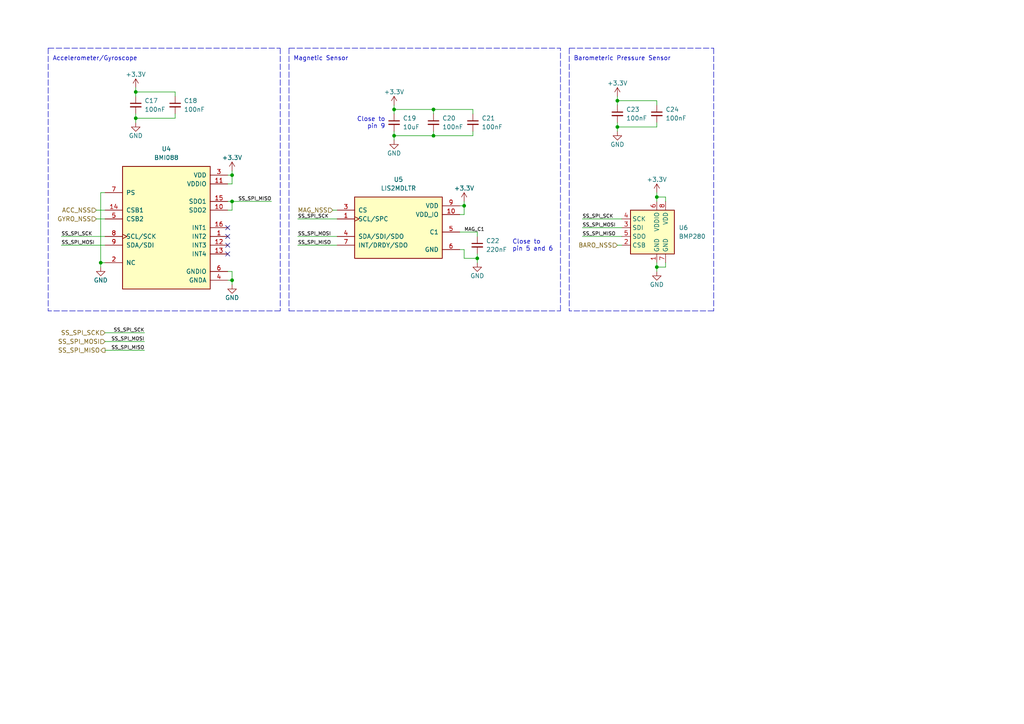
<source format=kicad_sch>
(kicad_sch
	(version 20231120)
	(generator "eeschema")
	(generator_version "8.0")
	(uuid "7b1e686b-8fbb-4425-88dd-0a90d4ddd186")
	(paper "A4")
	(title_block
		(title "STM32 Flight Computer")
		(date "2022-11-01")
		(rev "A")
		(company "casterian.net")
	)
	(lib_symbols
		(symbol "BMI088:BMI088"
			(pin_names
				(offset 1.016)
			)
			(exclude_from_sim no)
			(in_bom yes)
			(on_board yes)
			(property "Reference" "U?"
				(at 0 22.86 0)
				(effects
					(font
						(size 1.27 1.27)
					)
				)
			)
			(property "Value" "BMI088"
				(at 0 20.32 0)
				(effects
					(font
						(size 1.27 1.27)
					)
				)
			)
			(property "Footprint" "PQFN50P450X300X100-16N"
				(at 0 0 0)
				(effects
					(font
						(size 1.27 1.27)
					)
					(justify left bottom)
					(hide yes)
				)
			)
			(property "Datasheet" ""
				(at 0 0 0)
				(effects
					(font
						(size 1.27 1.27)
					)
					(justify left bottom)
					(hide yes)
				)
			)
			(property "Description" ""
				(at 0 0 0)
				(effects
					(font
						(size 1.27 1.27)
					)
					(hide yes)
				)
			)
			(property "MF" "Bosch Sensortec"
				(at 0 0 0)
				(effects
					(font
						(size 1.27 1.27)
					)
					(justify left bottom)
					(hide yes)
				)
			)
			(property "PRICE" "None"
				(at 0 0 0)
				(effects
					(font
						(size 1.27 1.27)
					)
					(justify left bottom)
					(hide yes)
				)
			)
			(property "DESCRIPTION" "Accelerometer, Gyroscope, 6 Axis Sensor I²C, SPI Output"
				(at 0 0 0)
				(effects
					(font
						(size 1.27 1.27)
					)
					(justify left bottom)
					(hide yes)
				)
			)
			(property "AVAILABILITY" "In Stock"
				(at 0 0 0)
				(effects
					(font
						(size 1.27 1.27)
					)
					(justify left bottom)
					(hide yes)
				)
			)
			(property "PURCHASE-URL" "https://pricing.snapeda.com/search/part/BMI088/?ref=eda"
				(at 0 0 0)
				(effects
					(font
						(size 1.27 1.27)
					)
					(justify left bottom)
					(hide yes)
				)
			)
			(property "PACKAGE" "VFLGA-16 Bosch Sensortec"
				(at 0 0 0)
				(effects
					(font
						(size 1.27 1.27)
					)
					(justify left bottom)
					(hide yes)
				)
			)
			(property "MP" "BMI088"
				(at 0 0 0)
				(effects
					(font
						(size 1.27 1.27)
					)
					(justify left bottom)
					(hide yes)
				)
			)
			(property "ki_locked" ""
				(at 0 0 0)
				(effects
					(font
						(size 1.27 1.27)
					)
				)
			)
			(symbol "BMI088_0_0"
				(rectangle
					(start -12.7 -17.78)
					(end 12.7 17.78)
					(stroke
						(width 0.254)
						(type default)
					)
					(fill
						(type background)
					)
				)
				(pin bidirectional line
					(at 17.78 -2.54 180)
					(length 5.08)
					(name "INT2"
						(effects
							(font
								(size 1.27 1.27)
							)
						)
					)
					(number "1"
						(effects
							(font
								(size 1.27 1.27)
							)
						)
					)
				)
				(pin output line
					(at 17.78 5.08 180)
					(length 5.08)
					(name "SDO2"
						(effects
							(font
								(size 1.27 1.27)
							)
						)
					)
					(number "10"
						(effects
							(font
								(size 1.27 1.27)
							)
						)
					)
				)
				(pin power_in line
					(at 17.78 12.7 180)
					(length 5.08)
					(name "VDDIO"
						(effects
							(font
								(size 1.27 1.27)
							)
						)
					)
					(number "11"
						(effects
							(font
								(size 1.27 1.27)
							)
						)
					)
				)
				(pin bidirectional line
					(at 17.78 -5.08 180)
					(length 5.08)
					(name "INT3"
						(effects
							(font
								(size 1.27 1.27)
							)
						)
					)
					(number "12"
						(effects
							(font
								(size 1.27 1.27)
							)
						)
					)
				)
				(pin bidirectional line
					(at 17.78 -7.62 180)
					(length 5.08)
					(name "INT4"
						(effects
							(font
								(size 1.27 1.27)
							)
						)
					)
					(number "13"
						(effects
							(font
								(size 1.27 1.27)
							)
						)
					)
				)
				(pin input line
					(at -17.78 5.08 0)
					(length 5.08)
					(name "CSB1"
						(effects
							(font
								(size 1.27 1.27)
							)
						)
					)
					(number "14"
						(effects
							(font
								(size 1.27 1.27)
							)
						)
					)
				)
				(pin output line
					(at 17.78 7.62 180)
					(length 5.08)
					(name "SDO1"
						(effects
							(font
								(size 1.27 1.27)
							)
						)
					)
					(number "15"
						(effects
							(font
								(size 1.27 1.27)
							)
						)
					)
				)
				(pin bidirectional line
					(at 17.78 0 180)
					(length 5.08)
					(name "INT1"
						(effects
							(font
								(size 1.27 1.27)
							)
						)
					)
					(number "16"
						(effects
							(font
								(size 1.27 1.27)
							)
						)
					)
				)
				(pin input line
					(at -17.78 -10.16 0)
					(length 5.08)
					(name "NC"
						(effects
							(font
								(size 1.27 1.27)
							)
						)
					)
					(number "2"
						(effects
							(font
								(size 1.27 1.27)
							)
						)
					)
				)
				(pin power_in line
					(at 17.78 15.24 180)
					(length 5.08)
					(name "VDD"
						(effects
							(font
								(size 1.27 1.27)
							)
						)
					)
					(number "3"
						(effects
							(font
								(size 1.27 1.27)
							)
						)
					)
				)
				(pin power_in line
					(at 17.78 -15.24 180)
					(length 5.08)
					(name "GNDA"
						(effects
							(font
								(size 1.27 1.27)
							)
						)
					)
					(number "4"
						(effects
							(font
								(size 1.27 1.27)
							)
						)
					)
				)
				(pin input line
					(at -17.78 2.54 0)
					(length 5.08)
					(name "CSB2"
						(effects
							(font
								(size 1.27 1.27)
							)
						)
					)
					(number "5"
						(effects
							(font
								(size 1.27 1.27)
							)
						)
					)
				)
				(pin power_in line
					(at 17.78 -12.7 180)
					(length 5.08)
					(name "GNDIO"
						(effects
							(font
								(size 1.27 1.27)
							)
						)
					)
					(number "6"
						(effects
							(font
								(size 1.27 1.27)
							)
						)
					)
				)
				(pin input line
					(at -17.78 10.16 0)
					(length 5.08)
					(name "PS"
						(effects
							(font
								(size 1.27 1.27)
							)
						)
					)
					(number "7"
						(effects
							(font
								(size 1.27 1.27)
							)
						)
					)
				)
				(pin input clock
					(at -17.78 -2.54 0)
					(length 5.08)
					(name "SCL/SCK"
						(effects
							(font
								(size 1.27 1.27)
							)
						)
					)
					(number "8"
						(effects
							(font
								(size 1.27 1.27)
							)
						)
					)
				)
				(pin bidirectional line
					(at -17.78 -5.08 0)
					(length 5.08)
					(name "SDA/SDI"
						(effects
							(font
								(size 1.27 1.27)
							)
						)
					)
					(number "9"
						(effects
							(font
								(size 1.27 1.27)
							)
						)
					)
				)
			)
		)
		(symbol "Device:C_Small"
			(pin_numbers hide)
			(pin_names
				(offset 0.254) hide)
			(exclude_from_sim no)
			(in_bom yes)
			(on_board yes)
			(property "Reference" "C"
				(at 0.254 1.778 0)
				(effects
					(font
						(size 1.27 1.27)
					)
					(justify left)
				)
			)
			(property "Value" "C_Small"
				(at 0.254 -2.032 0)
				(effects
					(font
						(size 1.27 1.27)
					)
					(justify left)
				)
			)
			(property "Footprint" ""
				(at 0 0 0)
				(effects
					(font
						(size 1.27 1.27)
					)
					(hide yes)
				)
			)
			(property "Datasheet" "~"
				(at 0 0 0)
				(effects
					(font
						(size 1.27 1.27)
					)
					(hide yes)
				)
			)
			(property "Description" "Unpolarized capacitor, small symbol"
				(at 0 0 0)
				(effects
					(font
						(size 1.27 1.27)
					)
					(hide yes)
				)
			)
			(property "ki_keywords" "capacitor cap"
				(at 0 0 0)
				(effects
					(font
						(size 1.27 1.27)
					)
					(hide yes)
				)
			)
			(property "ki_fp_filters" "C_*"
				(at 0 0 0)
				(effects
					(font
						(size 1.27 1.27)
					)
					(hide yes)
				)
			)
			(symbol "C_Small_0_1"
				(polyline
					(pts
						(xy -1.524 -0.508) (xy 1.524 -0.508)
					)
					(stroke
						(width 0.3302)
						(type default)
					)
					(fill
						(type none)
					)
				)
				(polyline
					(pts
						(xy -1.524 0.508) (xy 1.524 0.508)
					)
					(stroke
						(width 0.3048)
						(type default)
					)
					(fill
						(type none)
					)
				)
			)
			(symbol "C_Small_1_1"
				(pin passive line
					(at 0 2.54 270)
					(length 2.032)
					(name "~"
						(effects
							(font
								(size 1.27 1.27)
							)
						)
					)
					(number "1"
						(effects
							(font
								(size 1.27 1.27)
							)
						)
					)
				)
				(pin passive line
					(at 0 -2.54 90)
					(length 2.032)
					(name "~"
						(effects
							(font
								(size 1.27 1.27)
							)
						)
					)
					(number "2"
						(effects
							(font
								(size 1.27 1.27)
							)
						)
					)
				)
			)
		)
		(symbol "LIS2MDLTR:LIS2MDLTR"
			(pin_names
				(offset 1.016)
			)
			(exclude_from_sim no)
			(in_bom yes)
			(on_board yes)
			(property "Reference" "U5"
				(at 0 13.97 0)
				(effects
					(font
						(size 1.27 1.27)
					)
				)
			)
			(property "Value" "LIS2MDLTR"
				(at 0 11.43 0)
				(effects
					(font
						(size 1.27 1.27)
					)
				)
			)
			(property "Footprint" "PQFN50P200X200X70-12N"
				(at 0 -3.81 0)
				(effects
					(font
						(size 1.27 1.27)
					)
					(justify left bottom)
					(hide yes)
				)
			)
			(property "Datasheet" ""
				(at 2.54 0 0)
				(effects
					(font
						(size 1.27 1.27)
					)
					(justify left bottom)
					(hide yes)
				)
			)
			(property "Description" ""
				(at 0 0 0)
				(effects
					(font
						(size 1.27 1.27)
					)
					(hide yes)
				)
			)
			(property "MAXIMUM_PACKAGE_HEIGHT" "0.7 mm"
				(at 0 -3.81 0)
				(effects
					(font
						(size 1.27 1.27)
					)
					(justify left bottom)
					(hide yes)
				)
			)
			(property "STANDARD" "IPC 7351B"
				(at 0 -3.81 0)
				(effects
					(font
						(size 1.27 1.27)
					)
					(justify left bottom)
					(hide yes)
				)
			)
			(property "PARTREV" "Rev 5"
				(at 0 -3.81 0)
				(effects
					(font
						(size 1.27 1.27)
					)
					(justify left bottom)
					(hide yes)
				)
			)
			(property "MANUFACTURER" "STMicroelectronics"
				(at 0 -3.81 0)
				(effects
					(font
						(size 1.27 1.27)
					)
					(justify left bottom)
					(hide yes)
				)
			)
			(property "ki_locked" ""
				(at 0 0 0)
				(effects
					(font
						(size 1.27 1.27)
					)
				)
			)
			(symbol "LIS2MDLTR_0_0"
				(rectangle
					(start -12.7 8.89)
					(end 12.7 -8.89)
					(stroke
						(width 0.254)
						(type default)
					)
					(fill
						(type background)
					)
				)
				(pin input clock
					(at -17.78 2.54 0)
					(length 5.08)
					(name "SCL/SPC"
						(effects
							(font
								(size 1.27 1.27)
							)
						)
					)
					(number "1"
						(effects
							(font
								(size 1.27 1.27)
							)
						)
					)
				)
				(pin power_in line
					(at 17.78 3.81 180)
					(length 5.08)
					(name "VDD_IO"
						(effects
							(font
								(size 1.27 1.27)
							)
						)
					)
					(number "10"
						(effects
							(font
								(size 1.27 1.27)
							)
						)
					)
				)
				(pin no_connect line
					(at 0 -13.97 90)
					(length 5.08) hide
					(name "NC2"
						(effects
							(font
								(size 1.27 1.27)
							)
						)
					)
					(number "11"
						(effects
							(font
								(size 1.27 1.27)
							)
						)
					)
				)
				(pin no_connect line
					(at 2.54 -13.97 90)
					(length 5.08) hide
					(name "NC3"
						(effects
							(font
								(size 1.27 1.27)
							)
						)
					)
					(number "12"
						(effects
							(font
								(size 1.27 1.27)
							)
						)
					)
				)
				(pin no_connect line
					(at -2.54 -13.97 90)
					(length 5.08) hide
					(name "NC1"
						(effects
							(font
								(size 1.27 1.27)
							)
						)
					)
					(number "2"
						(effects
							(font
								(size 1.27 1.27)
							)
						)
					)
				)
				(pin input line
					(at -17.78 5.08 0)
					(length 5.08)
					(name "CS"
						(effects
							(font
								(size 1.27 1.27)
							)
						)
					)
					(number "3"
						(effects
							(font
								(size 1.27 1.27)
							)
						)
					)
				)
				(pin bidirectional line
					(at -17.78 -2.54 0)
					(length 5.08)
					(name "SDA/SDI/SDO"
						(effects
							(font
								(size 1.27 1.27)
							)
						)
					)
					(number "4"
						(effects
							(font
								(size 1.27 1.27)
							)
						)
					)
				)
				(pin passive line
					(at 17.78 -1.27 180)
					(length 5.08)
					(name "C1"
						(effects
							(font
								(size 1.27 1.27)
							)
						)
					)
					(number "5"
						(effects
							(font
								(size 1.27 1.27)
							)
						)
					)
				)
				(pin power_in line
					(at 17.78 -6.35 180)
					(length 5.08)
					(name "GND"
						(effects
							(font
								(size 1.27 1.27)
							)
						)
					)
					(number "6"
						(effects
							(font
								(size 1.27 1.27)
							)
						)
					)
				)
				(pin bidirectional line
					(at -17.78 -5.08 0)
					(length 5.08)
					(name "INT/DRDY/SDO"
						(effects
							(font
								(size 1.27 1.27)
							)
						)
					)
					(number "7"
						(effects
							(font
								(size 1.27 1.27)
							)
						)
					)
				)
				(pin power_in line
					(at 17.78 -6.35 180)
					(length 5.08) hide
					(name "GND"
						(effects
							(font
								(size 1.27 1.27)
							)
						)
					)
					(number "8"
						(effects
							(font
								(size 1.27 1.27)
							)
						)
					)
				)
				(pin power_in line
					(at 17.78 6.35 180)
					(length 5.08)
					(name "VDD"
						(effects
							(font
								(size 1.27 1.27)
							)
						)
					)
					(number "9"
						(effects
							(font
								(size 1.27 1.27)
							)
						)
					)
				)
			)
		)
		(symbol "Sensor_Pressure:BMP280"
			(exclude_from_sim no)
			(in_bom yes)
			(on_board yes)
			(property "Reference" "U"
				(at -7.62 10.16 0)
				(effects
					(font
						(size 1.27 1.27)
					)
					(justify left top)
				)
			)
			(property "Value" "BMP280"
				(at 5.08 10.16 0)
				(effects
					(font
						(size 1.27 1.27)
					)
					(justify left top)
				)
			)
			(property "Footprint" "Package_LGA:Bosch_LGA-8_2x2.5mm_P0.65mm_ClockwisePinNumbering"
				(at 0 -17.78 0)
				(effects
					(font
						(size 1.27 1.27)
					)
					(hide yes)
				)
			)
			(property "Datasheet" "https://ae-bst.resource.bosch.com/media/_tech/media/datasheets/BST-BMP280-DS001.pdf"
				(at 0 0 0)
				(effects
					(font
						(size 1.27 1.27)
					)
					(hide yes)
				)
			)
			(property "Description" "Absolute Barometric Pressure Sensor, LGA-8"
				(at 0 0 0)
				(effects
					(font
						(size 1.27 1.27)
					)
					(hide yes)
				)
			)
			(property "ki_keywords" "I2C, SPI, pressure, temperature, sensor"
				(at 0 0 0)
				(effects
					(font
						(size 1.27 1.27)
					)
					(hide yes)
				)
			)
			(property "ki_fp_filters" "Bosch*LGA*2x2.5mm*P0.65mm*"
				(at 0 0 0)
				(effects
					(font
						(size 1.27 1.27)
					)
					(hide yes)
				)
			)
			(symbol "BMP280_0_1"
				(rectangle
					(start -7.62 -5.08)
					(end 5.08 7.62)
					(stroke
						(width 0.254)
						(type default)
					)
					(fill
						(type background)
					)
				)
			)
			(symbol "BMP280_1_1"
				(pin power_in line
					(at 0 -7.62 90)
					(length 2.54)
					(name "GND"
						(effects
							(font
								(size 1.27 1.27)
							)
						)
					)
					(number "1"
						(effects
							(font
								(size 1.27 1.27)
							)
						)
					)
				)
				(pin input line
					(at -10.16 -2.54 0)
					(length 2.54)
					(name "CSB"
						(effects
							(font
								(size 1.27 1.27)
							)
						)
					)
					(number "2"
						(effects
							(font
								(size 1.27 1.27)
							)
						)
					)
				)
				(pin bidirectional line
					(at -10.16 2.54 0)
					(length 2.54)
					(name "SDI"
						(effects
							(font
								(size 1.27 1.27)
							)
						)
					)
					(number "3"
						(effects
							(font
								(size 1.27 1.27)
							)
						)
					)
				)
				(pin input line
					(at -10.16 5.08 0)
					(length 2.54)
					(name "SCK"
						(effects
							(font
								(size 1.27 1.27)
							)
						)
					)
					(number "4"
						(effects
							(font
								(size 1.27 1.27)
							)
						)
					)
				)
				(pin bidirectional line
					(at -10.16 0 0)
					(length 2.54)
					(name "SDO"
						(effects
							(font
								(size 1.27 1.27)
							)
						)
					)
					(number "5"
						(effects
							(font
								(size 1.27 1.27)
							)
						)
					)
				)
				(pin power_in line
					(at 0 10.16 270)
					(length 2.54)
					(name "VDDIO"
						(effects
							(font
								(size 1.27 1.27)
							)
						)
					)
					(number "6"
						(effects
							(font
								(size 1.27 1.27)
							)
						)
					)
				)
				(pin power_in line
					(at 2.54 -7.62 90)
					(length 2.54)
					(name "GND"
						(effects
							(font
								(size 1.27 1.27)
							)
						)
					)
					(number "7"
						(effects
							(font
								(size 1.27 1.27)
							)
						)
					)
				)
				(pin power_in line
					(at 2.54 10.16 270)
					(length 2.54)
					(name "VDD"
						(effects
							(font
								(size 1.27 1.27)
							)
						)
					)
					(number "8"
						(effects
							(font
								(size 1.27 1.27)
							)
						)
					)
				)
			)
		)
		(symbol "power:+3.3V"
			(power)
			(pin_names
				(offset 0)
			)
			(exclude_from_sim no)
			(in_bom yes)
			(on_board yes)
			(property "Reference" "#PWR"
				(at 0 -3.81 0)
				(effects
					(font
						(size 1.27 1.27)
					)
					(hide yes)
				)
			)
			(property "Value" "+3.3V"
				(at 0 3.556 0)
				(effects
					(font
						(size 1.27 1.27)
					)
				)
			)
			(property "Footprint" ""
				(at 0 0 0)
				(effects
					(font
						(size 1.27 1.27)
					)
					(hide yes)
				)
			)
			(property "Datasheet" ""
				(at 0 0 0)
				(effects
					(font
						(size 1.27 1.27)
					)
					(hide yes)
				)
			)
			(property "Description" "Power symbol creates a global label with name \"+3.3V\""
				(at 0 0 0)
				(effects
					(font
						(size 1.27 1.27)
					)
					(hide yes)
				)
			)
			(property "ki_keywords" "power-flag"
				(at 0 0 0)
				(effects
					(font
						(size 1.27 1.27)
					)
					(hide yes)
				)
			)
			(symbol "+3.3V_0_1"
				(polyline
					(pts
						(xy -0.762 1.27) (xy 0 2.54)
					)
					(stroke
						(width 0)
						(type default)
					)
					(fill
						(type none)
					)
				)
				(polyline
					(pts
						(xy 0 0) (xy 0 2.54)
					)
					(stroke
						(width 0)
						(type default)
					)
					(fill
						(type none)
					)
				)
				(polyline
					(pts
						(xy 0 2.54) (xy 0.762 1.27)
					)
					(stroke
						(width 0)
						(type default)
					)
					(fill
						(type none)
					)
				)
			)
			(symbol "+3.3V_1_1"
				(pin power_in line
					(at 0 0 90)
					(length 0) hide
					(name "+3.3V"
						(effects
							(font
								(size 1.27 1.27)
							)
						)
					)
					(number "1"
						(effects
							(font
								(size 1.27 1.27)
							)
						)
					)
				)
			)
		)
		(symbol "power:GND"
			(power)
			(pin_names
				(offset 0)
			)
			(exclude_from_sim no)
			(in_bom yes)
			(on_board yes)
			(property "Reference" "#PWR"
				(at 0 -6.35 0)
				(effects
					(font
						(size 1.27 1.27)
					)
					(hide yes)
				)
			)
			(property "Value" "GND"
				(at 0 -3.81 0)
				(effects
					(font
						(size 1.27 1.27)
					)
				)
			)
			(property "Footprint" ""
				(at 0 0 0)
				(effects
					(font
						(size 1.27 1.27)
					)
					(hide yes)
				)
			)
			(property "Datasheet" ""
				(at 0 0 0)
				(effects
					(font
						(size 1.27 1.27)
					)
					(hide yes)
				)
			)
			(property "Description" "Power symbol creates a global label with name \"GND\" , ground"
				(at 0 0 0)
				(effects
					(font
						(size 1.27 1.27)
					)
					(hide yes)
				)
			)
			(property "ki_keywords" "power-flag"
				(at 0 0 0)
				(effects
					(font
						(size 1.27 1.27)
					)
					(hide yes)
				)
			)
			(symbol "GND_0_1"
				(polyline
					(pts
						(xy 0 0) (xy 0 -1.27) (xy 1.27 -1.27) (xy 0 -2.54) (xy -1.27 -1.27) (xy 0 -1.27)
					)
					(stroke
						(width 0)
						(type default)
					)
					(fill
						(type none)
					)
				)
			)
			(symbol "GND_1_1"
				(pin power_in line
					(at 0 0 270)
					(length 0) hide
					(name "GND"
						(effects
							(font
								(size 1.27 1.27)
							)
						)
					)
					(number "1"
						(effects
							(font
								(size 1.27 1.27)
							)
						)
					)
				)
			)
		)
	)
	(junction
		(at 67.31 50.8)
		(diameter 0)
		(color 0 0 0 0)
		(uuid "0e946f9a-3176-4843-aa97-cc68e3225a3b")
	)
	(junction
		(at 134.62 59.69)
		(diameter 0)
		(color 0 0 0 0)
		(uuid "156e166e-ebfd-429a-a7b8-cd86ba5a7cca")
	)
	(junction
		(at 39.37 34.29)
		(diameter 0)
		(color 0 0 0 0)
		(uuid "291b1408-67d8-4f87-a0f4-46410ed7b23c")
	)
	(junction
		(at 179.07 29.21)
		(diameter 0)
		(color 0 0 0 0)
		(uuid "323a3a00-38b7-40c9-a444-624f8a5b8e4d")
	)
	(junction
		(at 39.37 26.67)
		(diameter 0)
		(color 0 0 0 0)
		(uuid "38c4a27b-3451-4d87-864f-37c56567db95")
	)
	(junction
		(at 29.21 76.2)
		(diameter 0)
		(color 0 0 0 0)
		(uuid "3ee2dc8e-6f5b-458c-b073-56e297340d5c")
	)
	(junction
		(at 190.5 57.15)
		(diameter 0)
		(color 0 0 0 0)
		(uuid "439b3e32-fcaa-4d57-8c9e-feabdfcb4c39")
	)
	(junction
		(at 138.43 74.93)
		(diameter 0)
		(color 0 0 0 0)
		(uuid "444d5511-84a9-4749-8deb-18f8ac0bc7ac")
	)
	(junction
		(at 125.73 39.37)
		(diameter 0)
		(color 0 0 0 0)
		(uuid "64c4348f-b500-4d79-bf5a-0126431ec183")
	)
	(junction
		(at 190.5 77.47)
		(diameter 0)
		(color 0 0 0 0)
		(uuid "6a7ae85c-6ebf-47ed-85f7-72753f048e26")
	)
	(junction
		(at 67.31 58.42)
		(diameter 0)
		(color 0 0 0 0)
		(uuid "992c03d6-1cec-4e3d-b0b3-ffba2fc40846")
	)
	(junction
		(at 114.3 39.37)
		(diameter 0)
		(color 0 0 0 0)
		(uuid "a8e918ae-4b28-4d49-9085-c7f66c2e4402")
	)
	(junction
		(at 125.73 31.75)
		(diameter 0)
		(color 0 0 0 0)
		(uuid "c3112691-ff36-48a4-ba2b-82334ef9013d")
	)
	(junction
		(at 179.07 36.83)
		(diameter 0)
		(color 0 0 0 0)
		(uuid "ecbd1842-b842-4829-95f7-ad48ef0b5dcd")
	)
	(junction
		(at 114.3 31.75)
		(diameter 0)
		(color 0 0 0 0)
		(uuid "f449e98e-f246-432c-98ab-749d286375a0")
	)
	(junction
		(at 67.31 81.28)
		(diameter 0)
		(color 0 0 0 0)
		(uuid "ff047acd-fca6-401b-9b06-abb934316048")
	)
	(no_connect
		(at 66.04 73.66)
		(uuid "91295cc3-b5c3-4338-a9b5-00ca0be7db67")
	)
	(no_connect
		(at 66.04 66.04)
		(uuid "91295cc3-b5c3-4338-a9b5-00ca0be7db68")
	)
	(no_connect
		(at 66.04 68.58)
		(uuid "91295cc3-b5c3-4338-a9b5-00ca0be7db69")
	)
	(no_connect
		(at 66.04 71.12)
		(uuid "91295cc3-b5c3-4338-a9b5-00ca0be7db6a")
	)
	(wire
		(pts
			(xy 179.07 27.94) (xy 179.07 29.21)
		)
		(stroke
			(width 0)
			(type default)
		)
		(uuid "00800391-6a5b-44e6-8849-283a5a6550ed")
	)
	(polyline
		(pts
			(xy 165.1 13.97) (xy 207.01 13.97)
		)
		(stroke
			(width 0)
			(type dash)
		)
		(uuid "031ee416-cbee-41e9-bb11-34ec780bd4ae")
	)
	(wire
		(pts
			(xy 137.16 38.1) (xy 137.16 39.37)
		)
		(stroke
			(width 0)
			(type default)
		)
		(uuid "05b76829-ce44-4358-bd60-7ae0860f80cf")
	)
	(wire
		(pts
			(xy 30.48 99.06) (xy 41.91 99.06)
		)
		(stroke
			(width 0)
			(type default)
		)
		(uuid "061db4be-1d96-4b78-a98d-fcc8956b3c6b")
	)
	(wire
		(pts
			(xy 190.5 58.42) (xy 190.5 57.15)
		)
		(stroke
			(width 0)
			(type default)
		)
		(uuid "086165c3-9e57-4f13-ad02-587a486a9458")
	)
	(wire
		(pts
			(xy 179.07 29.21) (xy 190.5 29.21)
		)
		(stroke
			(width 0)
			(type default)
		)
		(uuid "09a46e59-2e74-4028-9d20-a2c04be45fac")
	)
	(wire
		(pts
			(xy 67.31 81.28) (xy 67.31 82.55)
		)
		(stroke
			(width 0)
			(type default)
		)
		(uuid "0b417984-1980-4b0c-8803-9b9291455e2d")
	)
	(wire
		(pts
			(xy 193.04 57.15) (xy 193.04 58.42)
		)
		(stroke
			(width 0)
			(type default)
		)
		(uuid "1117a467-f901-41d4-bdd3-a5bac47f41c5")
	)
	(wire
		(pts
			(xy 66.04 78.74) (xy 67.31 78.74)
		)
		(stroke
			(width 0)
			(type default)
		)
		(uuid "120e4ea2-2190-4fb6-959c-eb406a6ec134")
	)
	(polyline
		(pts
			(xy 83.82 90.17) (xy 162.56 90.17)
		)
		(stroke
			(width 0)
			(type dash)
		)
		(uuid "13418bb9-1bcf-47a4-8761-6a401083c195")
	)
	(wire
		(pts
			(xy 66.04 53.34) (xy 67.31 53.34)
		)
		(stroke
			(width 0)
			(type default)
		)
		(uuid "168df4c1-f347-4f91-a2b4-07b272522645")
	)
	(wire
		(pts
			(xy 133.35 62.23) (xy 134.62 62.23)
		)
		(stroke
			(width 0)
			(type default)
		)
		(uuid "1c5edb6f-9316-44d9-a792-d9feee25ac52")
	)
	(wire
		(pts
			(xy 29.21 55.88) (xy 30.48 55.88)
		)
		(stroke
			(width 0)
			(type default)
		)
		(uuid "1c780a07-d24f-4911-abb1-1194da9198a8")
	)
	(wire
		(pts
			(xy 190.5 36.83) (xy 179.07 36.83)
		)
		(stroke
			(width 0)
			(type default)
		)
		(uuid "1d544908-21ec-4064-aaa8-583d5b27f552")
	)
	(wire
		(pts
			(xy 190.5 55.88) (xy 190.5 57.15)
		)
		(stroke
			(width 0)
			(type default)
		)
		(uuid "203f2a1e-d0c8-4f72-b62a-f727d1e1bb5a")
	)
	(polyline
		(pts
			(xy 83.82 13.97) (xy 83.82 90.17)
		)
		(stroke
			(width 0)
			(type dash)
		)
		(uuid "250978cf-1da1-4997-811a-18d33bb93dc8")
	)
	(wire
		(pts
			(xy 179.07 29.21) (xy 179.07 30.48)
		)
		(stroke
			(width 0)
			(type default)
		)
		(uuid "266f09a9-f8b1-4e5c-87c3-b356b148bbe2")
	)
	(wire
		(pts
			(xy 134.62 59.69) (xy 134.62 62.23)
		)
		(stroke
			(width 0)
			(type default)
		)
		(uuid "29aa091f-ecfc-4a23-be67-37637f0d0a63")
	)
	(wire
		(pts
			(xy 67.31 49.53) (xy 67.31 50.8)
		)
		(stroke
			(width 0)
			(type default)
		)
		(uuid "2cce4279-480d-4cfc-8f03-52320e6c6aae")
	)
	(wire
		(pts
			(xy 190.5 29.21) (xy 190.5 30.48)
		)
		(stroke
			(width 0)
			(type default)
		)
		(uuid "2fdeea46-6a4b-48e1-aa3f-df66749c1284")
	)
	(wire
		(pts
			(xy 86.36 68.58) (xy 97.79 68.58)
		)
		(stroke
			(width 0)
			(type default)
		)
		(uuid "2fdf951b-6171-4a43-a5b3-8c99a072a3cc")
	)
	(wire
		(pts
			(xy 29.21 55.88) (xy 29.21 76.2)
		)
		(stroke
			(width 0)
			(type default)
		)
		(uuid "35294504-6155-4bea-a6af-ee1c52270071")
	)
	(wire
		(pts
			(xy 66.04 60.96) (xy 67.31 60.96)
		)
		(stroke
			(width 0)
			(type default)
		)
		(uuid "354a4c31-6ba6-4d23-8da5-224dc1027cfb")
	)
	(wire
		(pts
			(xy 50.8 33.02) (xy 50.8 34.29)
		)
		(stroke
			(width 0)
			(type default)
		)
		(uuid "3784bcdd-a24b-4e2a-b040-0c197c122f43")
	)
	(polyline
		(pts
			(xy 207.01 90.17) (xy 165.1 90.17)
		)
		(stroke
			(width 0)
			(type dash)
		)
		(uuid "3f2a41bd-b93d-4efb-9f35-4ccb688827cd")
	)
	(wire
		(pts
			(xy 137.16 33.02) (xy 137.16 31.75)
		)
		(stroke
			(width 0)
			(type default)
		)
		(uuid "40b41802-b1a9-4aaf-9b67-96159e4bde34")
	)
	(wire
		(pts
			(xy 133.35 72.39) (xy 134.62 72.39)
		)
		(stroke
			(width 0)
			(type default)
		)
		(uuid "43327a0f-951b-4d60-8b84-b5fb3abe0033")
	)
	(wire
		(pts
			(xy 50.8 26.67) (xy 50.8 27.94)
		)
		(stroke
			(width 0)
			(type default)
		)
		(uuid "4361bbdc-f59f-4996-b1b8-cc78abeab8dd")
	)
	(polyline
		(pts
			(xy 207.01 13.97) (xy 207.01 90.17)
		)
		(stroke
			(width 0)
			(type dash)
		)
		(uuid "4371aa71-603b-4487-b56d-de465588e7b9")
	)
	(polyline
		(pts
			(xy 81.28 90.17) (xy 13.97 90.17)
		)
		(stroke
			(width 0)
			(type dash)
		)
		(uuid "439e7b7f-7da0-4e09-9cdf-57e307c02761")
	)
	(wire
		(pts
			(xy 125.73 39.37) (xy 114.3 39.37)
		)
		(stroke
			(width 0)
			(type default)
		)
		(uuid "453adcbb-39cb-4609-8013-529b2817efd6")
	)
	(wire
		(pts
			(xy 67.31 60.96) (xy 67.31 58.42)
		)
		(stroke
			(width 0)
			(type default)
		)
		(uuid "4705dc95-727d-4937-a9b7-0553764a7a23")
	)
	(wire
		(pts
			(xy 30.48 101.6) (xy 41.91 101.6)
		)
		(stroke
			(width 0)
			(type default)
		)
		(uuid "48afd5a6-76b1-45e2-9d22-adf60a3d5346")
	)
	(wire
		(pts
			(xy 50.8 34.29) (xy 39.37 34.29)
		)
		(stroke
			(width 0)
			(type default)
		)
		(uuid "4be6d8d2-a9ca-4edb-8d98-948b119f1542")
	)
	(wire
		(pts
			(xy 39.37 33.02) (xy 39.37 34.29)
		)
		(stroke
			(width 0)
			(type default)
		)
		(uuid "4f7ef011-0693-4d78-b89d-29b8cc8d48ae")
	)
	(wire
		(pts
			(xy 67.31 50.8) (xy 67.31 53.34)
		)
		(stroke
			(width 0)
			(type default)
		)
		(uuid "501bf96f-5f9f-4f0b-9dcb-bfb4ae4711a9")
	)
	(polyline
		(pts
			(xy 13.97 13.97) (xy 81.28 13.97)
		)
		(stroke
			(width 0)
			(type dash)
		)
		(uuid "53b38cc7-d02b-4bb5-8592-41706a8f1ff9")
	)
	(wire
		(pts
			(xy 134.62 72.39) (xy 134.62 74.93)
		)
		(stroke
			(width 0)
			(type default)
		)
		(uuid "54190101-6c8c-421e-b61c-c097d7c7d042")
	)
	(wire
		(pts
			(xy 190.5 35.56) (xy 190.5 36.83)
		)
		(stroke
			(width 0)
			(type default)
		)
		(uuid "574dcac0-f7f2-412e-8b97-e3ba7ef5c6b5")
	)
	(wire
		(pts
			(xy 138.43 67.31) (xy 138.43 68.58)
		)
		(stroke
			(width 0)
			(type default)
		)
		(uuid "609cc03d-1e9a-4698-b76b-38e630cc5ef9")
	)
	(wire
		(pts
			(xy 193.04 77.47) (xy 190.5 77.47)
		)
		(stroke
			(width 0)
			(type default)
		)
		(uuid "628ad597-a1f9-4863-b479-b3b3151f0688")
	)
	(wire
		(pts
			(xy 30.48 96.52) (xy 41.91 96.52)
		)
		(stroke
			(width 0)
			(type default)
		)
		(uuid "63474bc6-4295-4fef-8f7b-57b8032fa83f")
	)
	(wire
		(pts
			(xy 168.91 66.04) (xy 180.34 66.04)
		)
		(stroke
			(width 0)
			(type default)
		)
		(uuid "666645f8-3451-4eed-a852-a6e203d8c150")
	)
	(wire
		(pts
			(xy 179.07 35.56) (xy 179.07 36.83)
		)
		(stroke
			(width 0)
			(type default)
		)
		(uuid "699d5681-9c98-4945-8364-615f16da3413")
	)
	(wire
		(pts
			(xy 96.52 60.96) (xy 97.79 60.96)
		)
		(stroke
			(width 0)
			(type default)
		)
		(uuid "6f8962dc-eca5-46f3-a6ad-b77f1c970cca")
	)
	(wire
		(pts
			(xy 114.3 31.75) (xy 114.3 33.02)
		)
		(stroke
			(width 0)
			(type default)
		)
		(uuid "70faa193-6bfe-41d9-988e-af36648d4f1e")
	)
	(polyline
		(pts
			(xy 162.56 90.17) (xy 162.56 13.97)
		)
		(stroke
			(width 0)
			(type dash)
		)
		(uuid "75f1bb5f-f452-4e2b-8488-841c5e7ebd5c")
	)
	(wire
		(pts
			(xy 39.37 25.4) (xy 39.37 26.67)
		)
		(stroke
			(width 0)
			(type default)
		)
		(uuid "7cc71fe8-3ab8-44c9-bc51-478c35268a70")
	)
	(wire
		(pts
			(xy 67.31 58.42) (xy 78.74 58.42)
		)
		(stroke
			(width 0)
			(type default)
		)
		(uuid "7d5378b9-4c48-42a1-aca6-e99bbeeae8ba")
	)
	(wire
		(pts
			(xy 125.73 39.37) (xy 137.16 39.37)
		)
		(stroke
			(width 0)
			(type default)
		)
		(uuid "83edd96a-1237-42c5-8d6f-967bd87c0f1b")
	)
	(wire
		(pts
			(xy 193.04 76.2) (xy 193.04 77.47)
		)
		(stroke
			(width 0)
			(type default)
		)
		(uuid "92a03228-b12c-478f-a95c-f78a562fb40b")
	)
	(wire
		(pts
			(xy 66.04 81.28) (xy 67.31 81.28)
		)
		(stroke
			(width 0)
			(type default)
		)
		(uuid "9625dd23-a396-44ec-af5c-359633a0220a")
	)
	(wire
		(pts
			(xy 66.04 50.8) (xy 67.31 50.8)
		)
		(stroke
			(width 0)
			(type default)
		)
		(uuid "9a96903d-7390-4d8b-a86d-110b3b30ff1f")
	)
	(wire
		(pts
			(xy 27.94 63.5) (xy 30.48 63.5)
		)
		(stroke
			(width 0)
			(type default)
		)
		(uuid "9cbf51be-d017-4fe4-b4c0-65e68ec07323")
	)
	(wire
		(pts
			(xy 86.36 71.12) (xy 97.79 71.12)
		)
		(stroke
			(width 0)
			(type default)
		)
		(uuid "9e9c5bfc-e0e7-4e80-a679-3fddd94552cb")
	)
	(wire
		(pts
			(xy 133.35 59.69) (xy 134.62 59.69)
		)
		(stroke
			(width 0)
			(type default)
		)
		(uuid "9f08f7ef-acf8-47c9-a2d1-1d7b6420d17f")
	)
	(wire
		(pts
			(xy 138.43 74.93) (xy 138.43 76.2)
		)
		(stroke
			(width 0)
			(type default)
		)
		(uuid "a1e92d77-3734-47c7-b6b0-c4a79cd37509")
	)
	(wire
		(pts
			(xy 30.48 71.12) (xy 17.78 71.12)
		)
		(stroke
			(width 0)
			(type default)
		)
		(uuid "a6e11388-14d7-44de-ae34-ced9d206a7dc")
	)
	(wire
		(pts
			(xy 66.04 58.42) (xy 67.31 58.42)
		)
		(stroke
			(width 0)
			(type default)
		)
		(uuid "a7afe579-c38a-47dd-81a3-59f4c2f254ee")
	)
	(wire
		(pts
			(xy 30.48 68.58) (xy 17.78 68.58)
		)
		(stroke
			(width 0)
			(type default)
		)
		(uuid "a7ebc11f-7510-441e-aa42-24f612b0ace5")
	)
	(wire
		(pts
			(xy 114.3 39.37) (xy 114.3 40.64)
		)
		(stroke
			(width 0)
			(type default)
		)
		(uuid "a8f2b33a-a875-4433-8a32-cb581fe70014")
	)
	(polyline
		(pts
			(xy 83.82 13.97) (xy 162.56 13.97)
		)
		(stroke
			(width 0)
			(type dash)
		)
		(uuid "abeb5409-31ff-49fb-98af-2433a08fb7fd")
	)
	(wire
		(pts
			(xy 114.3 30.48) (xy 114.3 31.75)
		)
		(stroke
			(width 0)
			(type default)
		)
		(uuid "ae0d5159-4c3b-418b-8ff5-39ad1af86491")
	)
	(wire
		(pts
			(xy 86.36 63.5) (xy 97.79 63.5)
		)
		(stroke
			(width 0)
			(type default)
		)
		(uuid "ae46506e-df97-4f39-bdf7-5db11febf2b6")
	)
	(wire
		(pts
			(xy 39.37 34.29) (xy 39.37 35.56)
		)
		(stroke
			(width 0)
			(type default)
		)
		(uuid "aeb79742-5d7c-4304-b401-f4d644158aba")
	)
	(wire
		(pts
			(xy 27.94 60.96) (xy 30.48 60.96)
		)
		(stroke
			(width 0)
			(type default)
		)
		(uuid "afeba93b-e267-4f83-9ddb-df8204d71b24")
	)
	(wire
		(pts
			(xy 190.5 76.2) (xy 190.5 77.47)
		)
		(stroke
			(width 0)
			(type default)
		)
		(uuid "b169dbfc-1cc0-43c1-8940-e9be2cc2b70b")
	)
	(wire
		(pts
			(xy 179.07 71.12) (xy 180.34 71.12)
		)
		(stroke
			(width 0)
			(type default)
		)
		(uuid "b1884d3f-2226-4fff-a4ac-69ab7a583a10")
	)
	(wire
		(pts
			(xy 134.62 58.42) (xy 134.62 59.69)
		)
		(stroke
			(width 0)
			(type default)
		)
		(uuid "b1a57533-d5f2-4d50-8526-18552755a5e2")
	)
	(wire
		(pts
			(xy 114.3 31.75) (xy 125.73 31.75)
		)
		(stroke
			(width 0)
			(type default)
		)
		(uuid "b42a12cc-776c-442d-a336-40f4fc073f85")
	)
	(wire
		(pts
			(xy 125.73 31.75) (xy 125.73 33.02)
		)
		(stroke
			(width 0)
			(type default)
		)
		(uuid "b4f279d5-4327-4339-8f71-fbac4780744b")
	)
	(wire
		(pts
			(xy 134.62 74.93) (xy 138.43 74.93)
		)
		(stroke
			(width 0)
			(type default)
		)
		(uuid "b689cfdc-eda9-4719-85db-59aefed9eed0")
	)
	(wire
		(pts
			(xy 125.73 31.75) (xy 137.16 31.75)
		)
		(stroke
			(width 0)
			(type default)
		)
		(uuid "bf63416c-ade1-42bb-8f4d-38896e7c1bb6")
	)
	(wire
		(pts
			(xy 190.5 57.15) (xy 193.04 57.15)
		)
		(stroke
			(width 0)
			(type default)
		)
		(uuid "c14ad6f4-0189-4b9c-aa6e-eff90f3d6304")
	)
	(wire
		(pts
			(xy 114.3 38.1) (xy 114.3 39.37)
		)
		(stroke
			(width 0)
			(type default)
		)
		(uuid "c4367472-78d3-481f-ad67-8fd604cc8c2b")
	)
	(polyline
		(pts
			(xy 165.1 13.97) (xy 165.1 90.17)
		)
		(stroke
			(width 0)
			(type dash)
		)
		(uuid "d2043af9-c240-4030-9c4b-9d4cc1b9df7a")
	)
	(wire
		(pts
			(xy 190.5 77.47) (xy 190.5 78.74)
		)
		(stroke
			(width 0)
			(type default)
		)
		(uuid "d292b941-2b5c-4706-8cba-965e8b44b229")
	)
	(wire
		(pts
			(xy 179.07 36.83) (xy 179.07 38.1)
		)
		(stroke
			(width 0)
			(type default)
		)
		(uuid "d4bee99a-4407-4e0c-a677-0fc6f090ea97")
	)
	(wire
		(pts
			(xy 29.21 76.2) (xy 29.21 77.47)
		)
		(stroke
			(width 0)
			(type default)
		)
		(uuid "d91be9a7-9f09-43bb-93be-cecfbf451e81")
	)
	(wire
		(pts
			(xy 125.73 38.1) (xy 125.73 39.37)
		)
		(stroke
			(width 0)
			(type default)
		)
		(uuid "d95aecbe-185a-49f7-b6ca-c673272eefbf")
	)
	(wire
		(pts
			(xy 133.35 67.31) (xy 138.43 67.31)
		)
		(stroke
			(width 0)
			(type default)
		)
		(uuid "dce5f779-fd72-4609-bf36-01aee9d639fd")
	)
	(wire
		(pts
			(xy 39.37 26.67) (xy 50.8 26.67)
		)
		(stroke
			(width 0)
			(type default)
		)
		(uuid "dd5a2641-7942-49e8-8f34-fe9f6927fc74")
	)
	(wire
		(pts
			(xy 168.91 63.5) (xy 180.34 63.5)
		)
		(stroke
			(width 0)
			(type default)
		)
		(uuid "df525ce6-21ed-498a-a74b-825ccf6efa37")
	)
	(wire
		(pts
			(xy 67.31 78.74) (xy 67.31 81.28)
		)
		(stroke
			(width 0)
			(type default)
		)
		(uuid "e4f15bcb-261e-4851-a963-aa56565d1f0f")
	)
	(wire
		(pts
			(xy 30.48 76.2) (xy 29.21 76.2)
		)
		(stroke
			(width 0)
			(type default)
		)
		(uuid "e59e06db-5d2b-4f9d-ae56-c30b07798ff2")
	)
	(wire
		(pts
			(xy 138.43 73.66) (xy 138.43 74.93)
		)
		(stroke
			(width 0)
			(type default)
		)
		(uuid "e86a7ab5-9b96-45a0-80c6-eba4b4189232")
	)
	(wire
		(pts
			(xy 168.91 68.58) (xy 180.34 68.58)
		)
		(stroke
			(width 0)
			(type default)
		)
		(uuid "f5a04f26-f38b-4c24-ba14-8584529cb812")
	)
	(wire
		(pts
			(xy 39.37 26.67) (xy 39.37 27.94)
		)
		(stroke
			(width 0)
			(type default)
		)
		(uuid "face3d1c-5cc0-4c2b-b5a6-94db4f5de13f")
	)
	(polyline
		(pts
			(xy 13.97 13.97) (xy 13.97 90.17)
		)
		(stroke
			(width 0)
			(type dash)
		)
		(uuid "fbb843dc-c2ac-43ea-833d-e5dd8a274869")
	)
	(polyline
		(pts
			(xy 81.28 13.97) (xy 81.28 90.17)
		)
		(stroke
			(width 0)
			(type dash)
		)
		(uuid "fc67a598-7ee7-4677-9bda-d5d16075f74e")
	)
	(text "Close to\npin 9"
		(exclude_from_sim no)
		(at 111.76 37.465 0)
		(effects
			(font
				(size 1.27 1.27)
			)
			(justify right bottom)
		)
		(uuid "0eca2a94-32c5-4f46-82fc-071e91410f22")
	)
	(text "Magnetic Sensor"
		(exclude_from_sim no)
		(at 85.09 17.78 0)
		(effects
			(font
				(size 1.27 1.27)
			)
			(justify left bottom)
		)
		(uuid "110b451f-3fb9-4782-991d-b34534afebae")
	)
	(text "Accelerometer/Gyroscope"
		(exclude_from_sim no)
		(at 15.24 17.78 0)
		(effects
			(font
				(size 1.27 1.27)
			)
			(justify left bottom)
		)
		(uuid "11895bad-f99b-4eb1-bd7e-013fc8136a6b")
	)
	(text "Barometeric Pressure Sensor"
		(exclude_from_sim no)
		(at 166.37 17.78 0)
		(effects
			(font
				(size 1.27 1.27)
			)
			(justify left bottom)
		)
		(uuid "840f6c70-ad75-408c-b5ce-89f6b6877492")
	)
	(text "Close to\npin 5 and 6"
		(exclude_from_sim no)
		(at 148.59 73.025 0)
		(effects
			(font
				(size 1.27 1.27)
			)
			(justify left bottom)
		)
		(uuid "add7c5ed-2315-428b-949e-64bc5d706265")
	)
	(label "SS_SPI_SCK"
		(at 17.78 68.58 0)
		(fields_autoplaced yes)
		(effects
			(font
				(size 1 1)
			)
			(justify left bottom)
		)
		(uuid "322f411e-39d7-4292-9e79-36367895a86a")
	)
	(label "SS_SPI_MISO"
		(at 78.74 58.42 180)
		(fields_autoplaced yes)
		(effects
			(font
				(size 1 1)
			)
			(justify right bottom)
		)
		(uuid "3ccc6cd5-c082-4d51-8ae0-4c9fb5cb218f")
	)
	(label "SS_SPI_SCK"
		(at 41.91 96.52 180)
		(fields_autoplaced yes)
		(effects
			(font
				(size 1 1)
			)
			(justify right bottom)
		)
		(uuid "4c1958d4-8df7-4b71-9c9a-39c455f1df69")
	)
	(label "SS_SPI_MOSI"
		(at 86.36 68.58 0)
		(fields_autoplaced yes)
		(effects
			(font
				(size 1 1)
			)
			(justify left bottom)
		)
		(uuid "5fc58962-ea7f-4072-a991-b40cf7df5bae")
	)
	(label "SS_SPI_MISO"
		(at 86.36 71.12 0)
		(fields_autoplaced yes)
		(effects
			(font
				(size 1 1)
			)
			(justify left bottom)
		)
		(uuid "670ee8cd-25bb-4a3c-81e4-a27dae35a974")
	)
	(label "SS_SPI_MISO"
		(at 168.91 68.58 0)
		(fields_autoplaced yes)
		(effects
			(font
				(size 1 1)
			)
			(justify left bottom)
		)
		(uuid "6a3ddfc8-e987-443f-bd1b-c81940d11d7a")
	)
	(label "MAG_C1"
		(at 134.62 67.31 0)
		(fields_autoplaced yes)
		(effects
			(font
				(size 1 1)
			)
			(justify left bottom)
		)
		(uuid "71a20ef1-56b6-45a4-8261-5697fdbca5b2")
	)
	(label "SS_SPI_SCK"
		(at 86.36 63.5 0)
		(fields_autoplaced yes)
		(effects
			(font
				(size 1 1)
			)
			(justify left bottom)
		)
		(uuid "73cd8184-e514-4d74-87cb-b8bc2f72b060")
	)
	(label "SS_SPI_MOSI"
		(at 17.78 71.12 0)
		(fields_autoplaced yes)
		(effects
			(font
				(size 1 1)
			)
			(justify left bottom)
		)
		(uuid "772df528-cc01-4dee-9d3b-37bdd191b3da")
	)
	(label "SS_SPI_SCK"
		(at 168.91 63.5 0)
		(fields_autoplaced yes)
		(effects
			(font
				(size 1 1)
			)
			(justify left bottom)
		)
		(uuid "c431da5b-eec8-4757-aa81-1e22ed2e4a90")
	)
	(label "SS_SPI_MOSI"
		(at 168.91 66.04 0)
		(fields_autoplaced yes)
		(effects
			(font
				(size 1 1)
			)
			(justify left bottom)
		)
		(uuid "cfbefbc0-ab60-4229-9c3a-2a9d0db579f1")
	)
	(label "SS_SPI_MISO"
		(at 41.91 101.6 180)
		(fields_autoplaced yes)
		(effects
			(font
				(size 1 1)
			)
			(justify right bottom)
		)
		(uuid "dacbbbdc-6873-4fd3-a8e0-bb9a662a9619")
	)
	(label "SS_SPI_MOSI"
		(at 41.91 99.06 180)
		(fields_autoplaced yes)
		(effects
			(font
				(size 1 1)
			)
			(justify right bottom)
		)
		(uuid "fa76d147-37b8-4c4b-95d5-0797a30c5143")
	)
	(hierarchical_label "GYRO_NSS"
		(shape input)
		(at 27.94 63.5 180)
		(fields_autoplaced yes)
		(effects
			(font
				(size 1.27 1.27)
			)
			(justify right)
		)
		(uuid "22ec9e9f-905e-460d-914d-13960010fc30")
	)
	(hierarchical_label "ACC_NSS"
		(shape input)
		(at 27.94 60.96 180)
		(fields_autoplaced yes)
		(effects
			(font
				(size 1.27 1.27)
			)
			(justify right)
		)
		(uuid "5d263167-0481-4dbf-9863-8bbcccefee85")
	)
	(hierarchical_label "SS_SPI_MISO"
		(shape output)
		(at 30.48 101.6 180)
		(fields_autoplaced yes)
		(effects
			(font
				(size 1.27 1.27)
			)
			(justify right)
		)
		(uuid "62c0e2ac-2034-4b38-b7df-b32e976cfb03")
	)
	(hierarchical_label "BARO_NSS"
		(shape input)
		(at 179.07 71.12 180)
		(fields_autoplaced yes)
		(effects
			(font
				(size 1.27 1.27)
			)
			(justify right)
		)
		(uuid "63712f65-094a-49ab-8944-08132ecfea9c")
	)
	(hierarchical_label "SS_SPI_MOSI"
		(shape input)
		(at 30.48 99.06 180)
		(fields_autoplaced yes)
		(effects
			(font
				(size 1.27 1.27)
			)
			(justify right)
		)
		(uuid "65c0acfd-c6f0-4108-80ca-0ce2a7074eb4")
	)
	(hierarchical_label "MAG_NSS"
		(shape input)
		(at 96.52 60.96 180)
		(fields_autoplaced yes)
		(effects
			(font
				(size 1.27 1.27)
			)
			(justify right)
		)
		(uuid "e80eb75c-5b14-449b-b527-2aea8706cb65")
	)
	(hierarchical_label "SS_SPI_SCK"
		(shape input)
		(at 30.48 96.52 180)
		(fields_autoplaced yes)
		(effects
			(font
				(size 1.27 1.27)
			)
			(justify right)
		)
		(uuid "f323b1f3-508e-4827-a41a-6954e2f9cb5b")
	)
	(symbol
		(lib_id "power:GND")
		(at 179.07 38.1 0)
		(unit 1)
		(exclude_from_sim no)
		(in_bom yes)
		(on_board yes)
		(dnp no)
		(uuid "126236b2-bd3d-472b-8448-5a76f25dc789")
		(property "Reference" "#PWR051"
			(at 179.07 44.45 0)
			(effects
				(font
					(size 1.27 1.27)
				)
				(hide yes)
			)
		)
		(property "Value" "GND"
			(at 179.07 41.91 0)
			(effects
				(font
					(size 1.27 1.27)
				)
			)
		)
		(property "Footprint" ""
			(at 179.07 38.1 0)
			(effects
				(font
					(size 1.27 1.27)
				)
				(hide yes)
			)
		)
		(property "Datasheet" ""
			(at 179.07 38.1 0)
			(effects
				(font
					(size 1.27 1.27)
				)
				(hide yes)
			)
		)
		(property "Description" ""
			(at 179.07 38.1 0)
			(effects
				(font
					(size 1.27 1.27)
				)
				(hide yes)
			)
		)
		(pin "1"
			(uuid "14fd2cc4-c83f-4c01-a586-689108bc15fb")
		)
		(instances
			(project ""
				(path "/8d4cc317-3933-4aa6-844b-8c5c635e89c7/f38d7e71-8093-43fb-9de5-a2dd7a2920e4"
					(reference "#PWR051")
					(unit 1)
				)
			)
		)
	)
	(symbol
		(lib_id "Sensor_Pressure:BMP280")
		(at 190.5 68.58 0)
		(unit 1)
		(exclude_from_sim no)
		(in_bom yes)
		(on_board yes)
		(dnp no)
		(fields_autoplaced yes)
		(uuid "159dca1a-4c6e-4209-a4fb-4b0f49683a5b")
		(property "Reference" "U6"
			(at 196.85 66.0399 0)
			(effects
				(font
					(size 1.27 1.27)
				)
				(justify left)
			)
		)
		(property "Value" "BMP280"
			(at 196.85 68.5799 0)
			(effects
				(font
					(size 1.27 1.27)
				)
				(justify left)
			)
		)
		(property "Footprint" "Package_LGA:Bosch_LGA-8_2x2.5mm_P0.65mm_ClockwisePinNumbering"
			(at 190.5 86.36 0)
			(effects
				(font
					(size 1.27 1.27)
				)
				(hide yes)
			)
		)
		(property "Datasheet" "https://ae-bst.resource.bosch.com/media/_tech/media/datasheets/BST-BMP280-DS001.pdf"
			(at 190.5 68.58 0)
			(effects
				(font
					(size 1.27 1.27)
				)
				(hide yes)
			)
		)
		(property "Description" ""
			(at 190.5 68.58 0)
			(effects
				(font
					(size 1.27 1.27)
				)
				(hide yes)
			)
		)
		(pin "1"
			(uuid "b274cccb-4f55-409b-a07e-0edb30727453")
		)
		(pin "2"
			(uuid "a4821541-7eb9-4b8c-9392-9864f07eb58e")
		)
		(pin "3"
			(uuid "bd6c8e61-ab0c-4088-b8f7-0acda408ee14")
		)
		(pin "4"
			(uuid "5e0fd6e9-daaf-4375-855a-76164dfd0381")
		)
		(pin "5"
			(uuid "27bf8f06-3300-4e8b-9023-7e407225b169")
		)
		(pin "6"
			(uuid "9a73171d-b75b-4715-8949-69c10923214b")
		)
		(pin "7"
			(uuid "9a196a27-96d2-4821-8602-6e61171b4362")
		)
		(pin "8"
			(uuid "ff6d80ef-31d2-4b8e-bb6d-27e9521c3d8e")
		)
		(instances
			(project ""
				(path "/8d4cc317-3933-4aa6-844b-8c5c635e89c7/f38d7e71-8093-43fb-9de5-a2dd7a2920e4"
					(reference "U6")
					(unit 1)
				)
			)
		)
	)
	(symbol
		(lib_id "power:GND")
		(at 39.37 35.56 0)
		(unit 1)
		(exclude_from_sim no)
		(in_bom yes)
		(on_board yes)
		(dnp no)
		(uuid "176e8c7f-d485-4ea7-ba55-1c7f388426a5")
		(property "Reference" "#PWR043"
			(at 39.37 41.91 0)
			(effects
				(font
					(size 1.27 1.27)
				)
				(hide yes)
			)
		)
		(property "Value" "GND"
			(at 39.37 39.37 0)
			(effects
				(font
					(size 1.27 1.27)
				)
			)
		)
		(property "Footprint" ""
			(at 39.37 35.56 0)
			(effects
				(font
					(size 1.27 1.27)
				)
				(hide yes)
			)
		)
		(property "Datasheet" ""
			(at 39.37 35.56 0)
			(effects
				(font
					(size 1.27 1.27)
				)
				(hide yes)
			)
		)
		(property "Description" ""
			(at 39.37 35.56 0)
			(effects
				(font
					(size 1.27 1.27)
				)
				(hide yes)
			)
		)
		(pin "1"
			(uuid "c6fb18dd-aa88-4b51-8207-3d6694a2f753")
		)
		(instances
			(project ""
				(path "/8d4cc317-3933-4aa6-844b-8c5c635e89c7/f38d7e71-8093-43fb-9de5-a2dd7a2920e4"
					(reference "#PWR043")
					(unit 1)
				)
			)
		)
	)
	(symbol
		(lib_id "power:+3.3V")
		(at 67.31 49.53 0)
		(unit 1)
		(exclude_from_sim no)
		(in_bom yes)
		(on_board yes)
		(dnp no)
		(uuid "277db5cf-a6c3-4e35-9dd4-d51f34489b98")
		(property "Reference" "#PWR044"
			(at 67.31 53.34 0)
			(effects
				(font
					(size 1.27 1.27)
				)
				(hide yes)
			)
		)
		(property "Value" "+3.3V"
			(at 67.31 45.72 0)
			(effects
				(font
					(size 1.27 1.27)
				)
			)
		)
		(property "Footprint" ""
			(at 67.31 49.53 0)
			(effects
				(font
					(size 1.27 1.27)
				)
				(hide yes)
			)
		)
		(property "Datasheet" ""
			(at 67.31 49.53 0)
			(effects
				(font
					(size 1.27 1.27)
				)
				(hide yes)
			)
		)
		(property "Description" ""
			(at 67.31 49.53 0)
			(effects
				(font
					(size 1.27 1.27)
				)
				(hide yes)
			)
		)
		(pin "1"
			(uuid "272ee76f-737f-44b1-bc87-1193547d53ce")
		)
		(instances
			(project ""
				(path "/8d4cc317-3933-4aa6-844b-8c5c635e89c7/f38d7e71-8093-43fb-9de5-a2dd7a2920e4"
					(reference "#PWR044")
					(unit 1)
				)
			)
		)
	)
	(symbol
		(lib_id "Device:C_Small")
		(at 138.43 71.12 0)
		(unit 1)
		(exclude_from_sim no)
		(in_bom yes)
		(on_board yes)
		(dnp no)
		(fields_autoplaced yes)
		(uuid "3558bafe-6250-48c9-8471-039f711e4a06")
		(property "Reference" "C22"
			(at 140.97 69.8562 0)
			(effects
				(font
					(size 1.27 1.27)
				)
				(justify left)
			)
		)
		(property "Value" "220nF"
			(at 140.97 72.3962 0)
			(effects
				(font
					(size 1.27 1.27)
				)
				(justify left)
			)
		)
		(property "Footprint" "Capacitor_SMD:C_0603_1608Metric_Pad1.08x0.95mm_HandSolder"
			(at 138.43 71.12 0)
			(effects
				(font
					(size 1.27 1.27)
				)
				(hide yes)
			)
		)
		(property "Datasheet" "~"
			(at 138.43 71.12 0)
			(effects
				(font
					(size 1.27 1.27)
				)
				(hide yes)
			)
		)
		(property "Description" ""
			(at 138.43 71.12 0)
			(effects
				(font
					(size 1.27 1.27)
				)
				(hide yes)
			)
		)
		(property "LCSC" "C1525"
			(at 140.97 69.8562 0)
			(effects
				(font
					(size 1.27 1.27)
				)
				(hide yes)
			)
		)
		(pin "1"
			(uuid "f6bd99a6-e816-41c9-977b-c605f0c22189")
		)
		(pin "2"
			(uuid "4139d808-2b4c-465d-8351-26f7f82d971e")
		)
		(instances
			(project ""
				(path "/8d4cc317-3933-4aa6-844b-8c5c635e89c7/f38d7e71-8093-43fb-9de5-a2dd7a2920e4"
					(reference "C22")
					(unit 1)
				)
			)
		)
	)
	(symbol
		(lib_id "power:+3.3V")
		(at 39.37 25.4 0)
		(unit 1)
		(exclude_from_sim no)
		(in_bom yes)
		(on_board yes)
		(dnp no)
		(uuid "37290fed-af5a-411b-aef2-07a58b6332b8")
		(property "Reference" "#PWR042"
			(at 39.37 29.21 0)
			(effects
				(font
					(size 1.27 1.27)
				)
				(hide yes)
			)
		)
		(property "Value" "+3.3V"
			(at 39.37 21.59 0)
			(effects
				(font
					(size 1.27 1.27)
				)
			)
		)
		(property "Footprint" ""
			(at 39.37 25.4 0)
			(effects
				(font
					(size 1.27 1.27)
				)
				(hide yes)
			)
		)
		(property "Datasheet" ""
			(at 39.37 25.4 0)
			(effects
				(font
					(size 1.27 1.27)
				)
				(hide yes)
			)
		)
		(property "Description" ""
			(at 39.37 25.4 0)
			(effects
				(font
					(size 1.27 1.27)
				)
				(hide yes)
			)
		)
		(pin "1"
			(uuid "76925cfe-9e41-4c36-a259-3f2bace61592")
		)
		(instances
			(project ""
				(path "/8d4cc317-3933-4aa6-844b-8c5c635e89c7/f38d7e71-8093-43fb-9de5-a2dd7a2920e4"
					(reference "#PWR042")
					(unit 1)
				)
			)
		)
	)
	(symbol
		(lib_id "Device:C_Small")
		(at 190.5 33.02 0)
		(unit 1)
		(exclude_from_sim no)
		(in_bom yes)
		(on_board yes)
		(dnp no)
		(fields_autoplaced yes)
		(uuid "44c70ced-d358-42c2-aeb9-a29ab9177604")
		(property "Reference" "C24"
			(at 193.04 31.7562 0)
			(effects
				(font
					(size 1.27 1.27)
				)
				(justify left)
			)
		)
		(property "Value" "100nF"
			(at 193.04 34.2962 0)
			(effects
				(font
					(size 1.27 1.27)
				)
				(justify left)
			)
		)
		(property "Footprint" "Capacitor_SMD:C_0603_1608Metric_Pad1.08x0.95mm_HandSolder"
			(at 190.5 33.02 0)
			(effects
				(font
					(size 1.27 1.27)
				)
				(hide yes)
			)
		)
		(property "Datasheet" "~"
			(at 190.5 33.02 0)
			(effects
				(font
					(size 1.27 1.27)
				)
				(hide yes)
			)
		)
		(property "Description" ""
			(at 190.5 33.02 0)
			(effects
				(font
					(size 1.27 1.27)
				)
				(hide yes)
			)
		)
		(property "LCSC" "C1525"
			(at 193.04 31.7562 0)
			(effects
				(font
					(size 1.27 1.27)
				)
				(hide yes)
			)
		)
		(pin "1"
			(uuid "70b5b9ba-4fd6-4a0c-abab-5b7214452ef9")
		)
		(pin "2"
			(uuid "16a661e0-ed47-4baf-87a3-7848ce8e2d71")
		)
		(instances
			(project ""
				(path "/8d4cc317-3933-4aa6-844b-8c5c635e89c7/f38d7e71-8093-43fb-9de5-a2dd7a2920e4"
					(reference "C24")
					(unit 1)
				)
			)
		)
	)
	(symbol
		(lib_id "power:GND")
		(at 114.3 40.64 0)
		(unit 1)
		(exclude_from_sim no)
		(in_bom yes)
		(on_board yes)
		(dnp no)
		(uuid "511a8885-ccf4-4cde-9938-f00c4c834a61")
		(property "Reference" "#PWR047"
			(at 114.3 46.99 0)
			(effects
				(font
					(size 1.27 1.27)
				)
				(hide yes)
			)
		)
		(property "Value" "GND"
			(at 114.3 44.45 0)
			(effects
				(font
					(size 1.27 1.27)
				)
			)
		)
		(property "Footprint" ""
			(at 114.3 40.64 0)
			(effects
				(font
					(size 1.27 1.27)
				)
				(hide yes)
			)
		)
		(property "Datasheet" ""
			(at 114.3 40.64 0)
			(effects
				(font
					(size 1.27 1.27)
				)
				(hide yes)
			)
		)
		(property "Description" ""
			(at 114.3 40.64 0)
			(effects
				(font
					(size 1.27 1.27)
				)
				(hide yes)
			)
		)
		(pin "1"
			(uuid "051a7a9d-bf45-4df3-9f1b-bdc4f2d275b8")
		)
		(instances
			(project ""
				(path "/8d4cc317-3933-4aa6-844b-8c5c635e89c7/f38d7e71-8093-43fb-9de5-a2dd7a2920e4"
					(reference "#PWR047")
					(unit 1)
				)
			)
		)
	)
	(symbol
		(lib_id "power:+3.3V")
		(at 179.07 27.94 0)
		(unit 1)
		(exclude_from_sim no)
		(in_bom yes)
		(on_board yes)
		(dnp no)
		(uuid "67123d2e-3ee5-481e-9431-ec21d1512a6e")
		(property "Reference" "#PWR050"
			(at 179.07 31.75 0)
			(effects
				(font
					(size 1.27 1.27)
				)
				(hide yes)
			)
		)
		(property "Value" "+3.3V"
			(at 179.07 24.13 0)
			(effects
				(font
					(size 1.27 1.27)
				)
			)
		)
		(property "Footprint" ""
			(at 179.07 27.94 0)
			(effects
				(font
					(size 1.27 1.27)
				)
				(hide yes)
			)
		)
		(property "Datasheet" ""
			(at 179.07 27.94 0)
			(effects
				(font
					(size 1.27 1.27)
				)
				(hide yes)
			)
		)
		(property "Description" ""
			(at 179.07 27.94 0)
			(effects
				(font
					(size 1.27 1.27)
				)
				(hide yes)
			)
		)
		(pin "1"
			(uuid "3cff7f47-e43a-49df-a731-b9de7ad3e1e8")
		)
		(instances
			(project ""
				(path "/8d4cc317-3933-4aa6-844b-8c5c635e89c7/f38d7e71-8093-43fb-9de5-a2dd7a2920e4"
					(reference "#PWR050")
					(unit 1)
				)
			)
		)
	)
	(symbol
		(lib_id "Device:C_Small")
		(at 137.16 35.56 0)
		(unit 1)
		(exclude_from_sim no)
		(in_bom yes)
		(on_board yes)
		(dnp no)
		(fields_autoplaced yes)
		(uuid "7e63504f-d8cf-44db-a045-5b10a2eb1a21")
		(property "Reference" "C21"
			(at 139.7 34.2962 0)
			(effects
				(font
					(size 1.27 1.27)
				)
				(justify left)
			)
		)
		(property "Value" "100nF"
			(at 139.7 36.8362 0)
			(effects
				(font
					(size 1.27 1.27)
				)
				(justify left)
			)
		)
		(property "Footprint" "Capacitor_SMD:C_0603_1608Metric_Pad1.08x0.95mm_HandSolder"
			(at 137.16 35.56 0)
			(effects
				(font
					(size 1.27 1.27)
				)
				(hide yes)
			)
		)
		(property "Datasheet" "~"
			(at 137.16 35.56 0)
			(effects
				(font
					(size 1.27 1.27)
				)
				(hide yes)
			)
		)
		(property "Description" ""
			(at 137.16 35.56 0)
			(effects
				(font
					(size 1.27 1.27)
				)
				(hide yes)
			)
		)
		(property "LCSC" "C1525"
			(at 139.7 34.2962 0)
			(effects
				(font
					(size 1.27 1.27)
				)
				(hide yes)
			)
		)
		(pin "1"
			(uuid "8a6e4640-d4e8-481a-a2f0-26de7c2f17cd")
		)
		(pin "2"
			(uuid "6f0935ba-718d-449e-8c7e-69e5063555b2")
		)
		(instances
			(project ""
				(path "/8d4cc317-3933-4aa6-844b-8c5c635e89c7/f38d7e71-8093-43fb-9de5-a2dd7a2920e4"
					(reference "C21")
					(unit 1)
				)
			)
		)
	)
	(symbol
		(lib_id "power:+3.3V")
		(at 114.3 30.48 0)
		(unit 1)
		(exclude_from_sim no)
		(in_bom yes)
		(on_board yes)
		(dnp no)
		(uuid "8992ebd2-6cf0-4fe5-b432-ded6d3a08358")
		(property "Reference" "#PWR046"
			(at 114.3 34.29 0)
			(effects
				(font
					(size 1.27 1.27)
				)
				(hide yes)
			)
		)
		(property "Value" "+3.3V"
			(at 114.3 26.67 0)
			(effects
				(font
					(size 1.27 1.27)
				)
			)
		)
		(property "Footprint" ""
			(at 114.3 30.48 0)
			(effects
				(font
					(size 1.27 1.27)
				)
				(hide yes)
			)
		)
		(property "Datasheet" ""
			(at 114.3 30.48 0)
			(effects
				(font
					(size 1.27 1.27)
				)
				(hide yes)
			)
		)
		(property "Description" ""
			(at 114.3 30.48 0)
			(effects
				(font
					(size 1.27 1.27)
				)
				(hide yes)
			)
		)
		(pin "1"
			(uuid "34fa7741-a8a8-41a2-9324-d767e3ca4978")
		)
		(instances
			(project ""
				(path "/8d4cc317-3933-4aa6-844b-8c5c635e89c7/f38d7e71-8093-43fb-9de5-a2dd7a2920e4"
					(reference "#PWR046")
					(unit 1)
				)
			)
		)
	)
	(symbol
		(lib_id "LIS2MDLTR:LIS2MDLTR")
		(at 115.57 66.04 0)
		(unit 1)
		(exclude_from_sim no)
		(in_bom yes)
		(on_board yes)
		(dnp no)
		(fields_autoplaced yes)
		(uuid "a00ed1a1-ba40-4d31-b057-607d14695782")
		(property "Reference" "U5"
			(at 115.57 52.07 0)
			(effects
				(font
					(size 1.27 1.27)
				)
			)
		)
		(property "Value" "LIS2MDLTR"
			(at 115.57 54.61 0)
			(effects
				(font
					(size 1.27 1.27)
				)
			)
		)
		(property "Footprint" "Custom_Parts:PQFN50P200X200X70-12N"
			(at 115.57 69.85 0)
			(effects
				(font
					(size 1.27 1.27)
				)
				(justify left bottom)
				(hide yes)
			)
		)
		(property "Datasheet" ""
			(at 118.11 66.04 0)
			(effects
				(font
					(size 1.27 1.27)
				)
				(justify left bottom)
				(hide yes)
			)
		)
		(property "Description" ""
			(at 115.57 66.04 0)
			(effects
				(font
					(size 1.27 1.27)
				)
				(hide yes)
			)
		)
		(property "MAXIMUM_PACKAGE_HEIGHT" "0.7 mm"
			(at 115.57 69.85 0)
			(effects
				(font
					(size 1.27 1.27)
				)
				(justify left bottom)
				(hide yes)
			)
		)
		(property "STANDARD" "IPC 7351B"
			(at 115.57 69.85 0)
			(effects
				(font
					(size 1.27 1.27)
				)
				(justify left bottom)
				(hide yes)
			)
		)
		(property "PARTREV" "Rev 5"
			(at 115.57 69.85 0)
			(effects
				(font
					(size 1.27 1.27)
				)
				(justify left bottom)
				(hide yes)
			)
		)
		(property "MANUFACTURER" "STMicroelectronics"
			(at 115.57 69.85 0)
			(effects
				(font
					(size 1.27 1.27)
				)
				(justify left bottom)
				(hide yes)
			)
		)
		(pin "1"
			(uuid "50baaebe-6b4d-4289-a0b7-96d7c99e15fe")
		)
		(pin "10"
			(uuid "b7ce5f6a-1dde-47ff-abdd-753ece12ed07")
		)
		(pin "11"
			(uuid "3ef4bf4f-3761-4630-96b4-e13887ab492e")
		)
		(pin "12"
			(uuid "2c8078b7-bf09-4d17-ba84-0a885c3e1912")
		)
		(pin "2"
			(uuid "36ef6f90-b08a-4f38-ac66-eaf9732ec70f")
		)
		(pin "3"
			(uuid "dad32cf9-9e3f-41ad-854d-32c93c9644ab")
		)
		(pin "4"
			(uuid "70a9ff6a-2331-42a8-b5ef-ade5af31b97a")
		)
		(pin "5"
			(uuid "304edccf-1013-4ac7-8cb3-6451959d550d")
		)
		(pin "6"
			(uuid "fa21b30f-982e-492d-af97-899e0554e019")
		)
		(pin "7"
			(uuid "35f2a50b-4777-43cc-93fd-4c4fa03978c6")
		)
		(pin "8"
			(uuid "45a2a2e7-85aa-4ac6-a37b-c1efcd642e89")
		)
		(pin "9"
			(uuid "498224c5-c363-4003-b3f5-ed6878fa35ea")
		)
		(instances
			(project ""
				(path "/8d4cc317-3933-4aa6-844b-8c5c635e89c7/f38d7e71-8093-43fb-9de5-a2dd7a2920e4"
					(reference "U5")
					(unit 1)
				)
			)
		)
	)
	(symbol
		(lib_id "power:GND")
		(at 190.5 78.74 0)
		(unit 1)
		(exclude_from_sim no)
		(in_bom yes)
		(on_board yes)
		(dnp no)
		(uuid "a4322b0a-0d5c-408d-a3f0-ad4d01de432b")
		(property "Reference" "#PWR053"
			(at 190.5 85.09 0)
			(effects
				(font
					(size 1.27 1.27)
				)
				(hide yes)
			)
		)
		(property "Value" "GND"
			(at 190.5 82.55 0)
			(effects
				(font
					(size 1.27 1.27)
				)
			)
		)
		(property "Footprint" ""
			(at 190.5 78.74 0)
			(effects
				(font
					(size 1.27 1.27)
				)
				(hide yes)
			)
		)
		(property "Datasheet" ""
			(at 190.5 78.74 0)
			(effects
				(font
					(size 1.27 1.27)
				)
				(hide yes)
			)
		)
		(property "Description" ""
			(at 190.5 78.74 0)
			(effects
				(font
					(size 1.27 1.27)
				)
				(hide yes)
			)
		)
		(pin "1"
			(uuid "889be49b-dfe2-4085-b6d9-2a01e15a8124")
		)
		(instances
			(project ""
				(path "/8d4cc317-3933-4aa6-844b-8c5c635e89c7/f38d7e71-8093-43fb-9de5-a2dd7a2920e4"
					(reference "#PWR053")
					(unit 1)
				)
			)
		)
	)
	(symbol
		(lib_id "BMI088:BMI088")
		(at 48.26 66.04 0)
		(unit 1)
		(exclude_from_sim no)
		(in_bom yes)
		(on_board yes)
		(dnp no)
		(fields_autoplaced yes)
		(uuid "a4ef1096-23ea-43a1-85ba-0d49e589a111")
		(property "Reference" "U4"
			(at 48.26 43.18 0)
			(effects
				(font
					(size 1.27 1.27)
				)
			)
		)
		(property "Value" "BMI088"
			(at 48.26 45.72 0)
			(effects
				(font
					(size 1.27 1.27)
				)
			)
		)
		(property "Footprint" "Custom_Parts:PQFN50P450X300X100-16N"
			(at 48.26 66.04 0)
			(effects
				(font
					(size 1.27 1.27)
				)
				(justify left bottom)
				(hide yes)
			)
		)
		(property "Datasheet" ""
			(at 48.26 66.04 0)
			(effects
				(font
					(size 1.27 1.27)
				)
				(justify left bottom)
				(hide yes)
			)
		)
		(property "Description" ""
			(at 48.26 66.04 0)
			(effects
				(font
					(size 1.27 1.27)
				)
				(hide yes)
			)
		)
		(property "MF" "Bosch Sensortec"
			(at 48.26 66.04 0)
			(effects
				(font
					(size 1.27 1.27)
				)
				(justify left bottom)
				(hide yes)
			)
		)
		(property "PRICE" "None"
			(at 48.26 66.04 0)
			(effects
				(font
					(size 1.27 1.27)
				)
				(justify left bottom)
				(hide yes)
			)
		)
		(property "DESCRIPTION" "Accelerometer, Gyroscope, 6 Axis Sensor I²C, SPI Output"
			(at 48.26 66.04 0)
			(effects
				(font
					(size 1.27 1.27)
				)
				(justify left bottom)
				(hide yes)
			)
		)
		(property "AVAILABILITY" "In Stock"
			(at 48.26 66.04 0)
			(effects
				(font
					(size 1.27 1.27)
				)
				(justify left bottom)
				(hide yes)
			)
		)
		(property "PURCHASE-URL" "https://pricing.snapeda.com/search/part/BMI088/?ref=eda"
			(at 48.26 66.04 0)
			(effects
				(font
					(size 1.27 1.27)
				)
				(justify left bottom)
				(hide yes)
			)
		)
		(property "PACKAGE" "VFLGA-16 Bosch Sensortec"
			(at 48.26 66.04 0)
			(effects
				(font
					(size 1.27 1.27)
				)
				(justify left bottom)
				(hide yes)
			)
		)
		(property "MP" "BMI088"
			(at 48.26 66.04 0)
			(effects
				(font
					(size 1.27 1.27)
				)
				(justify left bottom)
				(hide yes)
			)
		)
		(pin "1"
			(uuid "ef18f071-5926-489b-bb52-48c00a930785")
		)
		(pin "10"
			(uuid "0be15dfb-50fe-47bf-ab4c-c2b6219a7d2a")
		)
		(pin "11"
			(uuid "d6929f48-d0e6-41ba-bb92-22ae9ac517cb")
		)
		(pin "12"
			(uuid "62e3cff8-02a0-4d06-9746-a87bbe9bf2b6")
		)
		(pin "13"
			(uuid "8dac7e21-b960-4700-82b5-b551b47c23bf")
		)
		(pin "14"
			(uuid "4a95eb21-2929-46b0-b589-4ffccd8a41f2")
		)
		(pin "15"
			(uuid "e970e974-77fb-4091-82a8-e9386e234cef")
		)
		(pin "16"
			(uuid "312850c7-849b-4ddb-9f4e-7157fb9c5572")
		)
		(pin "2"
			(uuid "2f3f914f-c405-4e2e-b933-878b997472b4")
		)
		(pin "3"
			(uuid "c7c52f0c-e1b3-42ca-b78f-ce04b3baa3ee")
		)
		(pin "4"
			(uuid "05c730bf-872d-45bc-9cd4-d181d7b4036b")
		)
		(pin "5"
			(uuid "151bb1e7-6d2f-4bd9-a3e4-75f396baf6c6")
		)
		(pin "6"
			(uuid "b6375757-946f-4d5a-af35-9d66bfa6ec30")
		)
		(pin "7"
			(uuid "6f96d6bb-a6a0-4649-aaaf-cf8550f502db")
		)
		(pin "8"
			(uuid "80671463-f906-48f0-8917-f932a12d12b3")
		)
		(pin "9"
			(uuid "5e752fbb-983d-45f8-9d70-e6ea51376028")
		)
		(instances
			(project ""
				(path "/8d4cc317-3933-4aa6-844b-8c5c635e89c7/f38d7e71-8093-43fb-9de5-a2dd7a2920e4"
					(reference "U4")
					(unit 1)
				)
			)
		)
	)
	(symbol
		(lib_id "power:+3.3V")
		(at 190.5 55.88 0)
		(unit 1)
		(exclude_from_sim no)
		(in_bom yes)
		(on_board yes)
		(dnp no)
		(uuid "ac8069e3-aecf-4d06-8b3b-4ecb58b75ec7")
		(property "Reference" "#PWR052"
			(at 190.5 59.69 0)
			(effects
				(font
					(size 1.27 1.27)
				)
				(hide yes)
			)
		)
		(property "Value" "+3.3V"
			(at 190.5 52.07 0)
			(effects
				(font
					(size 1.27 1.27)
				)
			)
		)
		(property "Footprint" ""
			(at 190.5 55.88 0)
			(effects
				(font
					(size 1.27 1.27)
				)
				(hide yes)
			)
		)
		(property "Datasheet" ""
			(at 190.5 55.88 0)
			(effects
				(font
					(size 1.27 1.27)
				)
				(hide yes)
			)
		)
		(property "Description" ""
			(at 190.5 55.88 0)
			(effects
				(font
					(size 1.27 1.27)
				)
				(hide yes)
			)
		)
		(pin "1"
			(uuid "86637323-5da5-47b0-ae4d-a2924bc6de39")
		)
		(instances
			(project ""
				(path "/8d4cc317-3933-4aa6-844b-8c5c635e89c7/f38d7e71-8093-43fb-9de5-a2dd7a2920e4"
					(reference "#PWR052")
					(unit 1)
				)
			)
		)
	)
	(symbol
		(lib_id "power:GND")
		(at 29.21 77.47 0)
		(unit 1)
		(exclude_from_sim no)
		(in_bom yes)
		(on_board yes)
		(dnp no)
		(uuid "b61b6ac1-9631-404e-9196-3eab44d7912d")
		(property "Reference" "#PWR041"
			(at 29.21 83.82 0)
			(effects
				(font
					(size 1.27 1.27)
				)
				(hide yes)
			)
		)
		(property "Value" "GND"
			(at 29.21 81.28 0)
			(effects
				(font
					(size 1.27 1.27)
				)
			)
		)
		(property "Footprint" ""
			(at 29.21 77.47 0)
			(effects
				(font
					(size 1.27 1.27)
				)
				(hide yes)
			)
		)
		(property "Datasheet" ""
			(at 29.21 77.47 0)
			(effects
				(font
					(size 1.27 1.27)
				)
				(hide yes)
			)
		)
		(property "Description" ""
			(at 29.21 77.47 0)
			(effects
				(font
					(size 1.27 1.27)
				)
				(hide yes)
			)
		)
		(pin "1"
			(uuid "ac9636a5-d6c9-468b-a177-8db18daf76d3")
		)
		(instances
			(project ""
				(path "/8d4cc317-3933-4aa6-844b-8c5c635e89c7/f38d7e71-8093-43fb-9de5-a2dd7a2920e4"
					(reference "#PWR041")
					(unit 1)
				)
			)
		)
	)
	(symbol
		(lib_id "Device:C_Small")
		(at 50.8 30.48 0)
		(unit 1)
		(exclude_from_sim no)
		(in_bom yes)
		(on_board yes)
		(dnp no)
		(fields_autoplaced yes)
		(uuid "bc5ab95c-4e47-44dc-bc91-9bc8a8aa613a")
		(property "Reference" "C18"
			(at 53.34 29.2162 0)
			(effects
				(font
					(size 1.27 1.27)
				)
				(justify left)
			)
		)
		(property "Value" "100nF"
			(at 53.34 31.7562 0)
			(effects
				(font
					(size 1.27 1.27)
				)
				(justify left)
			)
		)
		(property "Footprint" "Capacitor_SMD:C_0603_1608Metric_Pad1.08x0.95mm_HandSolder"
			(at 50.8 30.48 0)
			(effects
				(font
					(size 1.27 1.27)
				)
				(hide yes)
			)
		)
		(property "Datasheet" "~"
			(at 50.8 30.48 0)
			(effects
				(font
					(size 1.27 1.27)
				)
				(hide yes)
			)
		)
		(property "Description" ""
			(at 50.8 30.48 0)
			(effects
				(font
					(size 1.27 1.27)
				)
				(hide yes)
			)
		)
		(property "LCSC" "C1525"
			(at 53.34 29.2162 0)
			(effects
				(font
					(size 1.27 1.27)
				)
				(hide yes)
			)
		)
		(pin "1"
			(uuid "0548f477-c736-4d85-b4c5-6889c29980d6")
		)
		(pin "2"
			(uuid "c7a35053-770e-4ee0-ab27-0a4570aeafe5")
		)
		(instances
			(project ""
				(path "/8d4cc317-3933-4aa6-844b-8c5c635e89c7/f38d7e71-8093-43fb-9de5-a2dd7a2920e4"
					(reference "C18")
					(unit 1)
				)
			)
		)
	)
	(symbol
		(lib_id "power:GND")
		(at 138.43 76.2 0)
		(unit 1)
		(exclude_from_sim no)
		(in_bom yes)
		(on_board yes)
		(dnp no)
		(uuid "bec70828-c617-4f8c-bdc6-b2faee1a5d13")
		(property "Reference" "#PWR049"
			(at 138.43 82.55 0)
			(effects
				(font
					(size 1.27 1.27)
				)
				(hide yes)
			)
		)
		(property "Value" "GND"
			(at 138.43 80.01 0)
			(effects
				(font
					(size 1.27 1.27)
				)
			)
		)
		(property "Footprint" ""
			(at 138.43 76.2 0)
			(effects
				(font
					(size 1.27 1.27)
				)
				(hide yes)
			)
		)
		(property "Datasheet" ""
			(at 138.43 76.2 0)
			(effects
				(font
					(size 1.27 1.27)
				)
				(hide yes)
			)
		)
		(property "Description" ""
			(at 138.43 76.2 0)
			(effects
				(font
					(size 1.27 1.27)
				)
				(hide yes)
			)
		)
		(pin "1"
			(uuid "79b3ed67-1b6d-441a-b95a-b920b6eca198")
		)
		(instances
			(project ""
				(path "/8d4cc317-3933-4aa6-844b-8c5c635e89c7/f38d7e71-8093-43fb-9de5-a2dd7a2920e4"
					(reference "#PWR049")
					(unit 1)
				)
			)
		)
	)
	(symbol
		(lib_id "power:GND")
		(at 67.31 82.55 0)
		(unit 1)
		(exclude_from_sim no)
		(in_bom yes)
		(on_board yes)
		(dnp no)
		(uuid "d3f5d4a2-ce9e-47da-aab4-64dc8cbad0e5")
		(property "Reference" "#PWR045"
			(at 67.31 88.9 0)
			(effects
				(font
					(size 1.27 1.27)
				)
				(hide yes)
			)
		)
		(property "Value" "GND"
			(at 67.31 86.36 0)
			(effects
				(font
					(size 1.27 1.27)
				)
			)
		)
		(property "Footprint" ""
			(at 67.31 82.55 0)
			(effects
				(font
					(size 1.27 1.27)
				)
				(hide yes)
			)
		)
		(property "Datasheet" ""
			(at 67.31 82.55 0)
			(effects
				(font
					(size 1.27 1.27)
				)
				(hide yes)
			)
		)
		(property "Description" ""
			(at 67.31 82.55 0)
			(effects
				(font
					(size 1.27 1.27)
				)
				(hide yes)
			)
		)
		(pin "1"
			(uuid "8131cf13-a174-4038-9209-35ec581ee808")
		)
		(instances
			(project ""
				(path "/8d4cc317-3933-4aa6-844b-8c5c635e89c7/f38d7e71-8093-43fb-9de5-a2dd7a2920e4"
					(reference "#PWR045")
					(unit 1)
				)
			)
		)
	)
	(symbol
		(lib_id "power:+3.3V")
		(at 134.62 58.42 0)
		(unit 1)
		(exclude_from_sim no)
		(in_bom yes)
		(on_board yes)
		(dnp no)
		(uuid "e34b87ad-189f-49a7-96e5-f41e94ac475a")
		(property "Reference" "#PWR048"
			(at 134.62 62.23 0)
			(effects
				(font
					(size 1.27 1.27)
				)
				(hide yes)
			)
		)
		(property "Value" "+3.3V"
			(at 134.62 54.61 0)
			(effects
				(font
					(size 1.27 1.27)
				)
			)
		)
		(property "Footprint" ""
			(at 134.62 58.42 0)
			(effects
				(font
					(size 1.27 1.27)
				)
				(hide yes)
			)
		)
		(property "Datasheet" ""
			(at 134.62 58.42 0)
			(effects
				(font
					(size 1.27 1.27)
				)
				(hide yes)
			)
		)
		(property "Description" ""
			(at 134.62 58.42 0)
			(effects
				(font
					(size 1.27 1.27)
				)
				(hide yes)
			)
		)
		(pin "1"
			(uuid "d543bb4e-0084-4b19-8ac7-661c5242c370")
		)
		(instances
			(project ""
				(path "/8d4cc317-3933-4aa6-844b-8c5c635e89c7/f38d7e71-8093-43fb-9de5-a2dd7a2920e4"
					(reference "#PWR048")
					(unit 1)
				)
			)
		)
	)
	(symbol
		(lib_id "Device:C_Small")
		(at 114.3 35.56 0)
		(unit 1)
		(exclude_from_sim no)
		(in_bom yes)
		(on_board yes)
		(dnp no)
		(fields_autoplaced yes)
		(uuid "e984c07b-1c55-4d04-abd7-c367bcc9a125")
		(property "Reference" "C19"
			(at 116.84 34.2962 0)
			(effects
				(font
					(size 1.27 1.27)
				)
				(justify left)
			)
		)
		(property "Value" "10uF"
			(at 116.84 36.8362 0)
			(effects
				(font
					(size 1.27 1.27)
				)
				(justify left)
			)
		)
		(property "Footprint" "Capacitor_SMD:C_0603_1608Metric_Pad1.08x0.95mm_HandSolder"
			(at 114.3 35.56 0)
			(effects
				(font
					(size 1.27 1.27)
				)
				(hide yes)
			)
		)
		(property "Datasheet" "~"
			(at 114.3 35.56 0)
			(effects
				(font
					(size 1.27 1.27)
				)
				(hide yes)
			)
		)
		(property "Description" ""
			(at 114.3 35.56 0)
			(effects
				(font
					(size 1.27 1.27)
				)
				(hide yes)
			)
		)
		(property "LCSC" "C1525"
			(at 116.84 34.2962 0)
			(effects
				(font
					(size 1.27 1.27)
				)
				(hide yes)
			)
		)
		(pin "1"
			(uuid "3064c110-7d7b-4868-8357-69a15cba9d1b")
		)
		(pin "2"
			(uuid "c08ddf51-aa9c-4dc9-87b5-811a1c1f3bb5")
		)
		(instances
			(project ""
				(path "/8d4cc317-3933-4aa6-844b-8c5c635e89c7/f38d7e71-8093-43fb-9de5-a2dd7a2920e4"
					(reference "C19")
					(unit 1)
				)
			)
		)
	)
	(symbol
		(lib_id "Device:C_Small")
		(at 125.73 35.56 0)
		(unit 1)
		(exclude_from_sim no)
		(in_bom yes)
		(on_board yes)
		(dnp no)
		(fields_autoplaced yes)
		(uuid "f0c56abd-d266-4ddc-9e01-aa80189684dc")
		(property "Reference" "C20"
			(at 128.27 34.2962 0)
			(effects
				(font
					(size 1.27 1.27)
				)
				(justify left)
			)
		)
		(property "Value" "100nF"
			(at 128.27 36.8362 0)
			(effects
				(font
					(size 1.27 1.27)
				)
				(justify left)
			)
		)
		(property "Footprint" "Capacitor_SMD:C_0603_1608Metric_Pad1.08x0.95mm_HandSolder"
			(at 125.73 35.56 0)
			(effects
				(font
					(size 1.27 1.27)
				)
				(hide yes)
			)
		)
		(property "Datasheet" "~"
			(at 125.73 35.56 0)
			(effects
				(font
					(size 1.27 1.27)
				)
				(hide yes)
			)
		)
		(property "Description" ""
			(at 125.73 35.56 0)
			(effects
				(font
					(size 1.27 1.27)
				)
				(hide yes)
			)
		)
		(property "LCSC" "C1525"
			(at 128.27 34.2962 0)
			(effects
				(font
					(size 1.27 1.27)
				)
				(hide yes)
			)
		)
		(pin "1"
			(uuid "a961581e-317e-4ba5-ad23-a3b24b8e1b51")
		)
		(pin "2"
			(uuid "e52815d6-9212-4d4f-96c2-6f7e9aa2bb3b")
		)
		(instances
			(project ""
				(path "/8d4cc317-3933-4aa6-844b-8c5c635e89c7/f38d7e71-8093-43fb-9de5-a2dd7a2920e4"
					(reference "C20")
					(unit 1)
				)
			)
		)
	)
	(symbol
		(lib_id "Device:C_Small")
		(at 179.07 33.02 0)
		(unit 1)
		(exclude_from_sim no)
		(in_bom yes)
		(on_board yes)
		(dnp no)
		(fields_autoplaced yes)
		(uuid "f876a927-cd3c-4e28-8f44-f6430e893f3f")
		(property "Reference" "C23"
			(at 181.61 31.7562 0)
			(effects
				(font
					(size 1.27 1.27)
				)
				(justify left)
			)
		)
		(property "Value" "100nF"
			(at 181.61 34.2962 0)
			(effects
				(font
					(size 1.27 1.27)
				)
				(justify left)
			)
		)
		(property "Footprint" "Capacitor_SMD:C_0603_1608Metric_Pad1.08x0.95mm_HandSolder"
			(at 179.07 33.02 0)
			(effects
				(font
					(size 1.27 1.27)
				)
				(hide yes)
			)
		)
		(property "Datasheet" "~"
			(at 179.07 33.02 0)
			(effects
				(font
					(size 1.27 1.27)
				)
				(hide yes)
			)
		)
		(property "Description" ""
			(at 179.07 33.02 0)
			(effects
				(font
					(size 1.27 1.27)
				)
				(hide yes)
			)
		)
		(property "LCSC" "C1525"
			(at 181.61 31.7562 0)
			(effects
				(font
					(size 1.27 1.27)
				)
				(hide yes)
			)
		)
		(pin "1"
			(uuid "a51c2010-4dd5-4c90-9270-5230a04a0831")
		)
		(pin "2"
			(uuid "ce1eafae-392e-4626-8342-ab9aa6d01a16")
		)
		(instances
			(project ""
				(path "/8d4cc317-3933-4aa6-844b-8c5c635e89c7/f38d7e71-8093-43fb-9de5-a2dd7a2920e4"
					(reference "C23")
					(unit 1)
				)
			)
		)
	)
	(symbol
		(lib_id "Device:C_Small")
		(at 39.37 30.48 0)
		(unit 1)
		(exclude_from_sim no)
		(in_bom yes)
		(on_board yes)
		(dnp no)
		(fields_autoplaced yes)
		(uuid "feb8b006-4d6e-4395-8f7d-556376f9e3a8")
		(property "Reference" "C17"
			(at 41.91 29.2162 0)
			(effects
				(font
					(size 1.27 1.27)
				)
				(justify left)
			)
		)
		(property "Value" "100nF"
			(at 41.91 31.7562 0)
			(effects
				(font
					(size 1.27 1.27)
				)
				(justify left)
			)
		)
		(property "Footprint" "Capacitor_SMD:C_0603_1608Metric_Pad1.08x0.95mm_HandSolder"
			(at 39.37 30.48 0)
			(effects
				(font
					(size 1.27 1.27)
				)
				(hide yes)
			)
		)
		(property "Datasheet" "~"
			(at 39.37 30.48 0)
			(effects
				(font
					(size 1.27 1.27)
				)
				(hide yes)
			)
		)
		(property "Description" ""
			(at 39.37 30.48 0)
			(effects
				(font
					(size 1.27 1.27)
				)
				(hide yes)
			)
		)
		(property "LCSC" "C1525"
			(at 41.91 29.2162 0)
			(effects
				(font
					(size 1.27 1.27)
				)
				(hide yes)
			)
		)
		(pin "1"
			(uuid "39a6e90c-ce61-46be-b4c6-8e201982d791")
		)
		(pin "2"
			(uuid "27fdef64-09be-4d1f-9a89-92af336f30e3")
		)
		(instances
			(project ""
				(path "/8d4cc317-3933-4aa6-844b-8c5c635e89c7/f38d7e71-8093-43fb-9de5-a2dd7a2920e4"
					(reference "C17")
					(unit 1)
				)
			)
		)
	)
)

</source>
